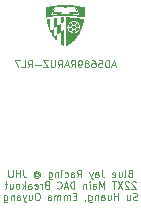
<source format=gbo>
G04 #@! TF.GenerationSoftware,KiCad,Pcbnew,9.0.4*
G04 #@! TF.CreationDate,2025-12-12T15:32:37-05:00*
G04 #@! TF.ProjectId,AD5689RARUZ-RL7_breakboard,41443536-3839-4524-9152-555a2d524c37,rev?*
G04 #@! TF.SameCoordinates,Original*
G04 #@! TF.FileFunction,Legend,Bot*
G04 #@! TF.FilePolarity,Positive*
%FSLAX46Y46*%
G04 Gerber Fmt 4.6, Leading zero omitted, Abs format (unit mm)*
G04 Created by KiCad (PCBNEW 9.0.4) date 2025-12-12 15:32:37*
%MOMM*%
%LPD*%
G01*
G04 APERTURE LIST*
%ADD10C,0.125000*%
%ADD11C,0.000000*%
G04 APERTURE END LIST*
D10*
X150223456Y-78740819D02*
X150137742Y-78769391D01*
X150137742Y-78769391D02*
X150109171Y-78797962D01*
X150109171Y-78797962D02*
X150080599Y-78855105D01*
X150080599Y-78855105D02*
X150080599Y-78940819D01*
X150080599Y-78940819D02*
X150109171Y-78997962D01*
X150109171Y-78997962D02*
X150137742Y-79026534D01*
X150137742Y-79026534D02*
X150194885Y-79055105D01*
X150194885Y-79055105D02*
X150423456Y-79055105D01*
X150423456Y-79055105D02*
X150423456Y-78455105D01*
X150423456Y-78455105D02*
X150223456Y-78455105D01*
X150223456Y-78455105D02*
X150166314Y-78483676D01*
X150166314Y-78483676D02*
X150137742Y-78512248D01*
X150137742Y-78512248D02*
X150109171Y-78569391D01*
X150109171Y-78569391D02*
X150109171Y-78626534D01*
X150109171Y-78626534D02*
X150137742Y-78683676D01*
X150137742Y-78683676D02*
X150166314Y-78712248D01*
X150166314Y-78712248D02*
X150223456Y-78740819D01*
X150223456Y-78740819D02*
X150423456Y-78740819D01*
X149737742Y-79055105D02*
X149794885Y-79026534D01*
X149794885Y-79026534D02*
X149823456Y-78969391D01*
X149823456Y-78969391D02*
X149823456Y-78455105D01*
X149252028Y-78655105D02*
X149252028Y-79055105D01*
X149509170Y-78655105D02*
X149509170Y-78969391D01*
X149509170Y-78969391D02*
X149480599Y-79026534D01*
X149480599Y-79026534D02*
X149423456Y-79055105D01*
X149423456Y-79055105D02*
X149337742Y-79055105D01*
X149337742Y-79055105D02*
X149280599Y-79026534D01*
X149280599Y-79026534D02*
X149252028Y-78997962D01*
X148737742Y-79026534D02*
X148794885Y-79055105D01*
X148794885Y-79055105D02*
X148909171Y-79055105D01*
X148909171Y-79055105D02*
X148966313Y-79026534D01*
X148966313Y-79026534D02*
X148994885Y-78969391D01*
X148994885Y-78969391D02*
X148994885Y-78740819D01*
X148994885Y-78740819D02*
X148966313Y-78683676D01*
X148966313Y-78683676D02*
X148909171Y-78655105D01*
X148909171Y-78655105D02*
X148794885Y-78655105D01*
X148794885Y-78655105D02*
X148737742Y-78683676D01*
X148737742Y-78683676D02*
X148709171Y-78740819D01*
X148709171Y-78740819D02*
X148709171Y-78797962D01*
X148709171Y-78797962D02*
X148994885Y-78855105D01*
X147823456Y-78455105D02*
X147823456Y-78883676D01*
X147823456Y-78883676D02*
X147852027Y-78969391D01*
X147852027Y-78969391D02*
X147909170Y-79026534D01*
X147909170Y-79026534D02*
X147994884Y-79055105D01*
X147994884Y-79055105D02*
X148052027Y-79055105D01*
X147280599Y-79055105D02*
X147280599Y-78740819D01*
X147280599Y-78740819D02*
X147309170Y-78683676D01*
X147309170Y-78683676D02*
X147366313Y-78655105D01*
X147366313Y-78655105D02*
X147480599Y-78655105D01*
X147480599Y-78655105D02*
X147537741Y-78683676D01*
X147280599Y-79026534D02*
X147337741Y-79055105D01*
X147337741Y-79055105D02*
X147480599Y-79055105D01*
X147480599Y-79055105D02*
X147537741Y-79026534D01*
X147537741Y-79026534D02*
X147566313Y-78969391D01*
X147566313Y-78969391D02*
X147566313Y-78912248D01*
X147566313Y-78912248D02*
X147537741Y-78855105D01*
X147537741Y-78855105D02*
X147480599Y-78826534D01*
X147480599Y-78826534D02*
X147337741Y-78826534D01*
X147337741Y-78826534D02*
X147280599Y-78797962D01*
X147052027Y-78655105D02*
X146909170Y-79055105D01*
X146766313Y-78655105D02*
X146909170Y-79055105D01*
X146909170Y-79055105D02*
X146966313Y-79197962D01*
X146966313Y-79197962D02*
X146994884Y-79226534D01*
X146994884Y-79226534D02*
X147052027Y-79255105D01*
X145737741Y-79055105D02*
X145937741Y-78769391D01*
X146080598Y-79055105D02*
X146080598Y-78455105D01*
X146080598Y-78455105D02*
X145852027Y-78455105D01*
X145852027Y-78455105D02*
X145794884Y-78483676D01*
X145794884Y-78483676D02*
X145766313Y-78512248D01*
X145766313Y-78512248D02*
X145737741Y-78569391D01*
X145737741Y-78569391D02*
X145737741Y-78655105D01*
X145737741Y-78655105D02*
X145766313Y-78712248D01*
X145766313Y-78712248D02*
X145794884Y-78740819D01*
X145794884Y-78740819D02*
X145852027Y-78769391D01*
X145852027Y-78769391D02*
X146080598Y-78769391D01*
X145223456Y-79055105D02*
X145223456Y-78740819D01*
X145223456Y-78740819D02*
X145252027Y-78683676D01*
X145252027Y-78683676D02*
X145309170Y-78655105D01*
X145309170Y-78655105D02*
X145423456Y-78655105D01*
X145423456Y-78655105D02*
X145480598Y-78683676D01*
X145223456Y-79026534D02*
X145280598Y-79055105D01*
X145280598Y-79055105D02*
X145423456Y-79055105D01*
X145423456Y-79055105D02*
X145480598Y-79026534D01*
X145480598Y-79026534D02*
X145509170Y-78969391D01*
X145509170Y-78969391D02*
X145509170Y-78912248D01*
X145509170Y-78912248D02*
X145480598Y-78855105D01*
X145480598Y-78855105D02*
X145423456Y-78826534D01*
X145423456Y-78826534D02*
X145280598Y-78826534D01*
X145280598Y-78826534D02*
X145223456Y-78797962D01*
X144680599Y-79026534D02*
X144737741Y-79055105D01*
X144737741Y-79055105D02*
X144852027Y-79055105D01*
X144852027Y-79055105D02*
X144909170Y-79026534D01*
X144909170Y-79026534D02*
X144937741Y-78997962D01*
X144937741Y-78997962D02*
X144966313Y-78940819D01*
X144966313Y-78940819D02*
X144966313Y-78769391D01*
X144966313Y-78769391D02*
X144937741Y-78712248D01*
X144937741Y-78712248D02*
X144909170Y-78683676D01*
X144909170Y-78683676D02*
X144852027Y-78655105D01*
X144852027Y-78655105D02*
X144737741Y-78655105D01*
X144737741Y-78655105D02*
X144680599Y-78683676D01*
X144423455Y-79055105D02*
X144423455Y-78655105D01*
X144423455Y-78455105D02*
X144452027Y-78483676D01*
X144452027Y-78483676D02*
X144423455Y-78512248D01*
X144423455Y-78512248D02*
X144394884Y-78483676D01*
X144394884Y-78483676D02*
X144423455Y-78455105D01*
X144423455Y-78455105D02*
X144423455Y-78512248D01*
X144137741Y-78655105D02*
X144137741Y-79055105D01*
X144137741Y-78712248D02*
X144109170Y-78683676D01*
X144109170Y-78683676D02*
X144052027Y-78655105D01*
X144052027Y-78655105D02*
X143966313Y-78655105D01*
X143966313Y-78655105D02*
X143909170Y-78683676D01*
X143909170Y-78683676D02*
X143880599Y-78740819D01*
X143880599Y-78740819D02*
X143880599Y-79055105D01*
X143337742Y-78655105D02*
X143337742Y-79140819D01*
X143337742Y-79140819D02*
X143366313Y-79197962D01*
X143366313Y-79197962D02*
X143394884Y-79226534D01*
X143394884Y-79226534D02*
X143452027Y-79255105D01*
X143452027Y-79255105D02*
X143537742Y-79255105D01*
X143537742Y-79255105D02*
X143594884Y-79226534D01*
X143337742Y-79026534D02*
X143394884Y-79055105D01*
X143394884Y-79055105D02*
X143509170Y-79055105D01*
X143509170Y-79055105D02*
X143566313Y-79026534D01*
X143566313Y-79026534D02*
X143594884Y-78997962D01*
X143594884Y-78997962D02*
X143623456Y-78940819D01*
X143623456Y-78940819D02*
X143623456Y-78769391D01*
X143623456Y-78769391D02*
X143594884Y-78712248D01*
X143594884Y-78712248D02*
X143566313Y-78683676D01*
X143566313Y-78683676D02*
X143509170Y-78655105D01*
X143509170Y-78655105D02*
X143394884Y-78655105D01*
X143394884Y-78655105D02*
X143337742Y-78683676D01*
X142223456Y-78769391D02*
X142252027Y-78740819D01*
X142252027Y-78740819D02*
X142309170Y-78712248D01*
X142309170Y-78712248D02*
X142366313Y-78712248D01*
X142366313Y-78712248D02*
X142423456Y-78740819D01*
X142423456Y-78740819D02*
X142452027Y-78769391D01*
X142452027Y-78769391D02*
X142480599Y-78826534D01*
X142480599Y-78826534D02*
X142480599Y-78883676D01*
X142480599Y-78883676D02*
X142452027Y-78940819D01*
X142452027Y-78940819D02*
X142423456Y-78969391D01*
X142423456Y-78969391D02*
X142366313Y-78997962D01*
X142366313Y-78997962D02*
X142309170Y-78997962D01*
X142309170Y-78997962D02*
X142252027Y-78969391D01*
X142252027Y-78969391D02*
X142223456Y-78940819D01*
X142223456Y-78712248D02*
X142223456Y-78940819D01*
X142223456Y-78940819D02*
X142194884Y-78969391D01*
X142194884Y-78969391D02*
X142166313Y-78969391D01*
X142166313Y-78969391D02*
X142109170Y-78940819D01*
X142109170Y-78940819D02*
X142080599Y-78883676D01*
X142080599Y-78883676D02*
X142080599Y-78740819D01*
X142080599Y-78740819D02*
X142137742Y-78655105D01*
X142137742Y-78655105D02*
X142223456Y-78597962D01*
X142223456Y-78597962D02*
X142337742Y-78569391D01*
X142337742Y-78569391D02*
X142452027Y-78597962D01*
X142452027Y-78597962D02*
X142537742Y-78655105D01*
X142537742Y-78655105D02*
X142594884Y-78740819D01*
X142594884Y-78740819D02*
X142623456Y-78855105D01*
X142623456Y-78855105D02*
X142594884Y-78969391D01*
X142594884Y-78969391D02*
X142537742Y-79055105D01*
X142537742Y-79055105D02*
X142452027Y-79112248D01*
X142452027Y-79112248D02*
X142337742Y-79140819D01*
X142337742Y-79140819D02*
X142223456Y-79112248D01*
X142223456Y-79112248D02*
X142137742Y-79055105D01*
X141194884Y-78455105D02*
X141194884Y-78883676D01*
X141194884Y-78883676D02*
X141223455Y-78969391D01*
X141223455Y-78969391D02*
X141280598Y-79026534D01*
X141280598Y-79026534D02*
X141366312Y-79055105D01*
X141366312Y-79055105D02*
X141423455Y-79055105D01*
X140909169Y-79055105D02*
X140909169Y-78455105D01*
X140909169Y-78740819D02*
X140566312Y-78740819D01*
X140566312Y-79055105D02*
X140566312Y-78455105D01*
X140280598Y-78455105D02*
X140280598Y-78940819D01*
X140280598Y-78940819D02*
X140252027Y-78997962D01*
X140252027Y-78997962D02*
X140223456Y-79026534D01*
X140223456Y-79026534D02*
X140166313Y-79055105D01*
X140166313Y-79055105D02*
X140052027Y-79055105D01*
X140052027Y-79055105D02*
X139994884Y-79026534D01*
X139994884Y-79026534D02*
X139966313Y-78997962D01*
X139966313Y-78997962D02*
X139937741Y-78940819D01*
X139937741Y-78940819D02*
X139937741Y-78455105D01*
X150694886Y-79478214D02*
X150666314Y-79449642D01*
X150666314Y-79449642D02*
X150609172Y-79421071D01*
X150609172Y-79421071D02*
X150466314Y-79421071D01*
X150466314Y-79421071D02*
X150409172Y-79449642D01*
X150409172Y-79449642D02*
X150380600Y-79478214D01*
X150380600Y-79478214D02*
X150352029Y-79535357D01*
X150352029Y-79535357D02*
X150352029Y-79592500D01*
X150352029Y-79592500D02*
X150380600Y-79678214D01*
X150380600Y-79678214D02*
X150723457Y-80021071D01*
X150723457Y-80021071D02*
X150352029Y-80021071D01*
X150123457Y-79478214D02*
X150094885Y-79449642D01*
X150094885Y-79449642D02*
X150037743Y-79421071D01*
X150037743Y-79421071D02*
X149894885Y-79421071D01*
X149894885Y-79421071D02*
X149837743Y-79449642D01*
X149837743Y-79449642D02*
X149809171Y-79478214D01*
X149809171Y-79478214D02*
X149780600Y-79535357D01*
X149780600Y-79535357D02*
X149780600Y-79592500D01*
X149780600Y-79592500D02*
X149809171Y-79678214D01*
X149809171Y-79678214D02*
X150152028Y-80021071D01*
X150152028Y-80021071D02*
X149780600Y-80021071D01*
X149580599Y-79421071D02*
X149180599Y-80021071D01*
X149180599Y-79421071D02*
X149580599Y-80021071D01*
X149037742Y-79421071D02*
X148694885Y-79421071D01*
X148866313Y-80021071D02*
X148866313Y-79421071D01*
X148037741Y-80021071D02*
X148037741Y-79421071D01*
X148037741Y-79421071D02*
X147837741Y-79849642D01*
X147837741Y-79849642D02*
X147637741Y-79421071D01*
X147637741Y-79421071D02*
X147637741Y-80021071D01*
X147094885Y-80021071D02*
X147094885Y-79706785D01*
X147094885Y-79706785D02*
X147123456Y-79649642D01*
X147123456Y-79649642D02*
X147180599Y-79621071D01*
X147180599Y-79621071D02*
X147294885Y-79621071D01*
X147294885Y-79621071D02*
X147352027Y-79649642D01*
X147094885Y-79992500D02*
X147152027Y-80021071D01*
X147152027Y-80021071D02*
X147294885Y-80021071D01*
X147294885Y-80021071D02*
X147352027Y-79992500D01*
X147352027Y-79992500D02*
X147380599Y-79935357D01*
X147380599Y-79935357D02*
X147380599Y-79878214D01*
X147380599Y-79878214D02*
X147352027Y-79821071D01*
X147352027Y-79821071D02*
X147294885Y-79792500D01*
X147294885Y-79792500D02*
X147152027Y-79792500D01*
X147152027Y-79792500D02*
X147094885Y-79763928D01*
X146809170Y-80021071D02*
X146809170Y-79621071D01*
X146809170Y-79421071D02*
X146837742Y-79449642D01*
X146837742Y-79449642D02*
X146809170Y-79478214D01*
X146809170Y-79478214D02*
X146780599Y-79449642D01*
X146780599Y-79449642D02*
X146809170Y-79421071D01*
X146809170Y-79421071D02*
X146809170Y-79478214D01*
X146523456Y-79621071D02*
X146523456Y-80021071D01*
X146523456Y-79678214D02*
X146494885Y-79649642D01*
X146494885Y-79649642D02*
X146437742Y-79621071D01*
X146437742Y-79621071D02*
X146352028Y-79621071D01*
X146352028Y-79621071D02*
X146294885Y-79649642D01*
X146294885Y-79649642D02*
X146266314Y-79706785D01*
X146266314Y-79706785D02*
X146266314Y-80021071D01*
X145523456Y-80021071D02*
X145523456Y-79421071D01*
X145523456Y-79421071D02*
X145380599Y-79421071D01*
X145380599Y-79421071D02*
X145294885Y-79449642D01*
X145294885Y-79449642D02*
X145237742Y-79506785D01*
X145237742Y-79506785D02*
X145209171Y-79563928D01*
X145209171Y-79563928D02*
X145180599Y-79678214D01*
X145180599Y-79678214D02*
X145180599Y-79763928D01*
X145180599Y-79763928D02*
X145209171Y-79878214D01*
X145209171Y-79878214D02*
X145237742Y-79935357D01*
X145237742Y-79935357D02*
X145294885Y-79992500D01*
X145294885Y-79992500D02*
X145380599Y-80021071D01*
X145380599Y-80021071D02*
X145523456Y-80021071D01*
X144952028Y-79849642D02*
X144666314Y-79849642D01*
X145009171Y-80021071D02*
X144809171Y-79421071D01*
X144809171Y-79421071D02*
X144609171Y-80021071D01*
X144066313Y-79963928D02*
X144094885Y-79992500D01*
X144094885Y-79992500D02*
X144180599Y-80021071D01*
X144180599Y-80021071D02*
X144237742Y-80021071D01*
X144237742Y-80021071D02*
X144323456Y-79992500D01*
X144323456Y-79992500D02*
X144380599Y-79935357D01*
X144380599Y-79935357D02*
X144409170Y-79878214D01*
X144409170Y-79878214D02*
X144437742Y-79763928D01*
X144437742Y-79763928D02*
X144437742Y-79678214D01*
X144437742Y-79678214D02*
X144409170Y-79563928D01*
X144409170Y-79563928D02*
X144380599Y-79506785D01*
X144380599Y-79506785D02*
X144323456Y-79449642D01*
X144323456Y-79449642D02*
X144237742Y-79421071D01*
X144237742Y-79421071D02*
X144180599Y-79421071D01*
X144180599Y-79421071D02*
X144094885Y-79449642D01*
X144094885Y-79449642D02*
X144066313Y-79478214D01*
X143152027Y-79706785D02*
X143066313Y-79735357D01*
X143066313Y-79735357D02*
X143037742Y-79763928D01*
X143037742Y-79763928D02*
X143009170Y-79821071D01*
X143009170Y-79821071D02*
X143009170Y-79906785D01*
X143009170Y-79906785D02*
X143037742Y-79963928D01*
X143037742Y-79963928D02*
X143066313Y-79992500D01*
X143066313Y-79992500D02*
X143123456Y-80021071D01*
X143123456Y-80021071D02*
X143352027Y-80021071D01*
X143352027Y-80021071D02*
X143352027Y-79421071D01*
X143352027Y-79421071D02*
X143152027Y-79421071D01*
X143152027Y-79421071D02*
X143094885Y-79449642D01*
X143094885Y-79449642D02*
X143066313Y-79478214D01*
X143066313Y-79478214D02*
X143037742Y-79535357D01*
X143037742Y-79535357D02*
X143037742Y-79592500D01*
X143037742Y-79592500D02*
X143066313Y-79649642D01*
X143066313Y-79649642D02*
X143094885Y-79678214D01*
X143094885Y-79678214D02*
X143152027Y-79706785D01*
X143152027Y-79706785D02*
X143352027Y-79706785D01*
X142752027Y-80021071D02*
X142752027Y-79621071D01*
X142752027Y-79735357D02*
X142723456Y-79678214D01*
X142723456Y-79678214D02*
X142694885Y-79649642D01*
X142694885Y-79649642D02*
X142637742Y-79621071D01*
X142637742Y-79621071D02*
X142580599Y-79621071D01*
X142152027Y-79992500D02*
X142209170Y-80021071D01*
X142209170Y-80021071D02*
X142323456Y-80021071D01*
X142323456Y-80021071D02*
X142380598Y-79992500D01*
X142380598Y-79992500D02*
X142409170Y-79935357D01*
X142409170Y-79935357D02*
X142409170Y-79706785D01*
X142409170Y-79706785D02*
X142380598Y-79649642D01*
X142380598Y-79649642D02*
X142323456Y-79621071D01*
X142323456Y-79621071D02*
X142209170Y-79621071D01*
X142209170Y-79621071D02*
X142152027Y-79649642D01*
X142152027Y-79649642D02*
X142123456Y-79706785D01*
X142123456Y-79706785D02*
X142123456Y-79763928D01*
X142123456Y-79763928D02*
X142409170Y-79821071D01*
X141609170Y-80021071D02*
X141609170Y-79706785D01*
X141609170Y-79706785D02*
X141637741Y-79649642D01*
X141637741Y-79649642D02*
X141694884Y-79621071D01*
X141694884Y-79621071D02*
X141809170Y-79621071D01*
X141809170Y-79621071D02*
X141866312Y-79649642D01*
X141609170Y-79992500D02*
X141666312Y-80021071D01*
X141666312Y-80021071D02*
X141809170Y-80021071D01*
X141809170Y-80021071D02*
X141866312Y-79992500D01*
X141866312Y-79992500D02*
X141894884Y-79935357D01*
X141894884Y-79935357D02*
X141894884Y-79878214D01*
X141894884Y-79878214D02*
X141866312Y-79821071D01*
X141866312Y-79821071D02*
X141809170Y-79792500D01*
X141809170Y-79792500D02*
X141666312Y-79792500D01*
X141666312Y-79792500D02*
X141609170Y-79763928D01*
X141323455Y-80021071D02*
X141323455Y-79421071D01*
X141266313Y-79792500D02*
X141094884Y-80021071D01*
X141094884Y-79621071D02*
X141323455Y-79849642D01*
X140752027Y-80021071D02*
X140809170Y-79992500D01*
X140809170Y-79992500D02*
X140837741Y-79963928D01*
X140837741Y-79963928D02*
X140866313Y-79906785D01*
X140866313Y-79906785D02*
X140866313Y-79735357D01*
X140866313Y-79735357D02*
X140837741Y-79678214D01*
X140837741Y-79678214D02*
X140809170Y-79649642D01*
X140809170Y-79649642D02*
X140752027Y-79621071D01*
X140752027Y-79621071D02*
X140666313Y-79621071D01*
X140666313Y-79621071D02*
X140609170Y-79649642D01*
X140609170Y-79649642D02*
X140580599Y-79678214D01*
X140580599Y-79678214D02*
X140552027Y-79735357D01*
X140552027Y-79735357D02*
X140552027Y-79906785D01*
X140552027Y-79906785D02*
X140580599Y-79963928D01*
X140580599Y-79963928D02*
X140609170Y-79992500D01*
X140609170Y-79992500D02*
X140666313Y-80021071D01*
X140666313Y-80021071D02*
X140752027Y-80021071D01*
X140037742Y-79621071D02*
X140037742Y-80021071D01*
X140294884Y-79621071D02*
X140294884Y-79935357D01*
X140294884Y-79935357D02*
X140266313Y-79992500D01*
X140266313Y-79992500D02*
X140209170Y-80021071D01*
X140209170Y-80021071D02*
X140123456Y-80021071D01*
X140123456Y-80021071D02*
X140066313Y-79992500D01*
X140066313Y-79992500D02*
X140037742Y-79963928D01*
X139837742Y-79621071D02*
X139609170Y-79621071D01*
X139752027Y-79421071D02*
X139752027Y-79935357D01*
X139752027Y-79935357D02*
X139723456Y-79992500D01*
X139723456Y-79992500D02*
X139666313Y-80021071D01*
X139666313Y-80021071D02*
X139609170Y-80021071D01*
X150823456Y-80958466D02*
X150737742Y-80987037D01*
X150737742Y-80987037D02*
X150594884Y-80987037D01*
X150594884Y-80987037D02*
X150537742Y-80958466D01*
X150537742Y-80958466D02*
X150509170Y-80929894D01*
X150509170Y-80929894D02*
X150480599Y-80872751D01*
X150480599Y-80872751D02*
X150480599Y-80815608D01*
X150480599Y-80815608D02*
X150509170Y-80758466D01*
X150509170Y-80758466D02*
X150537742Y-80729894D01*
X150537742Y-80729894D02*
X150594884Y-80701323D01*
X150594884Y-80701323D02*
X150709170Y-80672751D01*
X150709170Y-80672751D02*
X150766313Y-80644180D01*
X150766313Y-80644180D02*
X150794884Y-80615608D01*
X150794884Y-80615608D02*
X150823456Y-80558466D01*
X150823456Y-80558466D02*
X150823456Y-80501323D01*
X150823456Y-80501323D02*
X150794884Y-80444180D01*
X150794884Y-80444180D02*
X150766313Y-80415608D01*
X150766313Y-80415608D02*
X150709170Y-80387037D01*
X150709170Y-80387037D02*
X150566313Y-80387037D01*
X150566313Y-80387037D02*
X150480599Y-80415608D01*
X149966313Y-80587037D02*
X149966313Y-80987037D01*
X150223455Y-80587037D02*
X150223455Y-80901323D01*
X150223455Y-80901323D02*
X150194884Y-80958466D01*
X150194884Y-80958466D02*
X150137741Y-80987037D01*
X150137741Y-80987037D02*
X150052027Y-80987037D01*
X150052027Y-80987037D02*
X149994884Y-80958466D01*
X149994884Y-80958466D02*
X149966313Y-80929894D01*
X149223455Y-80987037D02*
X149223455Y-80387037D01*
X149223455Y-80672751D02*
X148880598Y-80672751D01*
X148880598Y-80987037D02*
X148880598Y-80387037D01*
X148337742Y-80587037D02*
X148337742Y-80987037D01*
X148594884Y-80587037D02*
X148594884Y-80901323D01*
X148594884Y-80901323D02*
X148566313Y-80958466D01*
X148566313Y-80958466D02*
X148509170Y-80987037D01*
X148509170Y-80987037D02*
X148423456Y-80987037D01*
X148423456Y-80987037D02*
X148366313Y-80958466D01*
X148366313Y-80958466D02*
X148337742Y-80929894D01*
X147794885Y-80987037D02*
X147794885Y-80672751D01*
X147794885Y-80672751D02*
X147823456Y-80615608D01*
X147823456Y-80615608D02*
X147880599Y-80587037D01*
X147880599Y-80587037D02*
X147994885Y-80587037D01*
X147994885Y-80587037D02*
X148052027Y-80615608D01*
X147794885Y-80958466D02*
X147852027Y-80987037D01*
X147852027Y-80987037D02*
X147994885Y-80987037D01*
X147994885Y-80987037D02*
X148052027Y-80958466D01*
X148052027Y-80958466D02*
X148080599Y-80901323D01*
X148080599Y-80901323D02*
X148080599Y-80844180D01*
X148080599Y-80844180D02*
X148052027Y-80787037D01*
X148052027Y-80787037D02*
X147994885Y-80758466D01*
X147994885Y-80758466D02*
X147852027Y-80758466D01*
X147852027Y-80758466D02*
X147794885Y-80729894D01*
X147509170Y-80587037D02*
X147509170Y-80987037D01*
X147509170Y-80644180D02*
X147480599Y-80615608D01*
X147480599Y-80615608D02*
X147423456Y-80587037D01*
X147423456Y-80587037D02*
X147337742Y-80587037D01*
X147337742Y-80587037D02*
X147280599Y-80615608D01*
X147280599Y-80615608D02*
X147252028Y-80672751D01*
X147252028Y-80672751D02*
X147252028Y-80987037D01*
X146709171Y-80587037D02*
X146709171Y-81072751D01*
X146709171Y-81072751D02*
X146737742Y-81129894D01*
X146737742Y-81129894D02*
X146766313Y-81158466D01*
X146766313Y-81158466D02*
X146823456Y-81187037D01*
X146823456Y-81187037D02*
X146909171Y-81187037D01*
X146909171Y-81187037D02*
X146966313Y-81158466D01*
X146709171Y-80958466D02*
X146766313Y-80987037D01*
X146766313Y-80987037D02*
X146880599Y-80987037D01*
X146880599Y-80987037D02*
X146937742Y-80958466D01*
X146937742Y-80958466D02*
X146966313Y-80929894D01*
X146966313Y-80929894D02*
X146994885Y-80872751D01*
X146994885Y-80872751D02*
X146994885Y-80701323D01*
X146994885Y-80701323D02*
X146966313Y-80644180D01*
X146966313Y-80644180D02*
X146937742Y-80615608D01*
X146937742Y-80615608D02*
X146880599Y-80587037D01*
X146880599Y-80587037D02*
X146766313Y-80587037D01*
X146766313Y-80587037D02*
X146709171Y-80615608D01*
X146394885Y-80958466D02*
X146394885Y-80987037D01*
X146394885Y-80987037D02*
X146423456Y-81044180D01*
X146423456Y-81044180D02*
X146452028Y-81072751D01*
X145680599Y-80672751D02*
X145480599Y-80672751D01*
X145394885Y-80987037D02*
X145680599Y-80987037D01*
X145680599Y-80987037D02*
X145680599Y-80387037D01*
X145680599Y-80387037D02*
X145394885Y-80387037D01*
X145137742Y-80987037D02*
X145137742Y-80587037D01*
X145137742Y-80644180D02*
X145109171Y-80615608D01*
X145109171Y-80615608D02*
X145052028Y-80587037D01*
X145052028Y-80587037D02*
X144966314Y-80587037D01*
X144966314Y-80587037D02*
X144909171Y-80615608D01*
X144909171Y-80615608D02*
X144880600Y-80672751D01*
X144880600Y-80672751D02*
X144880600Y-80987037D01*
X144880600Y-80672751D02*
X144852028Y-80615608D01*
X144852028Y-80615608D02*
X144794885Y-80587037D01*
X144794885Y-80587037D02*
X144709171Y-80587037D01*
X144709171Y-80587037D02*
X144652028Y-80615608D01*
X144652028Y-80615608D02*
X144623457Y-80672751D01*
X144623457Y-80672751D02*
X144623457Y-80987037D01*
X144337742Y-80987037D02*
X144337742Y-80587037D01*
X144337742Y-80644180D02*
X144309171Y-80615608D01*
X144309171Y-80615608D02*
X144252028Y-80587037D01*
X144252028Y-80587037D02*
X144166314Y-80587037D01*
X144166314Y-80587037D02*
X144109171Y-80615608D01*
X144109171Y-80615608D02*
X144080600Y-80672751D01*
X144080600Y-80672751D02*
X144080600Y-80987037D01*
X144080600Y-80672751D02*
X144052028Y-80615608D01*
X144052028Y-80615608D02*
X143994885Y-80587037D01*
X143994885Y-80587037D02*
X143909171Y-80587037D01*
X143909171Y-80587037D02*
X143852028Y-80615608D01*
X143852028Y-80615608D02*
X143823457Y-80672751D01*
X143823457Y-80672751D02*
X143823457Y-80987037D01*
X143280600Y-80987037D02*
X143280600Y-80672751D01*
X143280600Y-80672751D02*
X143309171Y-80615608D01*
X143309171Y-80615608D02*
X143366314Y-80587037D01*
X143366314Y-80587037D02*
X143480600Y-80587037D01*
X143480600Y-80587037D02*
X143537742Y-80615608D01*
X143280600Y-80958466D02*
X143337742Y-80987037D01*
X143337742Y-80987037D02*
X143480600Y-80987037D01*
X143480600Y-80987037D02*
X143537742Y-80958466D01*
X143537742Y-80958466D02*
X143566314Y-80901323D01*
X143566314Y-80901323D02*
X143566314Y-80844180D01*
X143566314Y-80844180D02*
X143537742Y-80787037D01*
X143537742Y-80787037D02*
X143480600Y-80758466D01*
X143480600Y-80758466D02*
X143337742Y-80758466D01*
X143337742Y-80758466D02*
X143280600Y-80729894D01*
X142423457Y-80387037D02*
X142309171Y-80387037D01*
X142309171Y-80387037D02*
X142252028Y-80415608D01*
X142252028Y-80415608D02*
X142194885Y-80472751D01*
X142194885Y-80472751D02*
X142166314Y-80587037D01*
X142166314Y-80587037D02*
X142166314Y-80787037D01*
X142166314Y-80787037D02*
X142194885Y-80901323D01*
X142194885Y-80901323D02*
X142252028Y-80958466D01*
X142252028Y-80958466D02*
X142309171Y-80987037D01*
X142309171Y-80987037D02*
X142423457Y-80987037D01*
X142423457Y-80987037D02*
X142480600Y-80958466D01*
X142480600Y-80958466D02*
X142537742Y-80901323D01*
X142537742Y-80901323D02*
X142566314Y-80787037D01*
X142566314Y-80787037D02*
X142566314Y-80587037D01*
X142566314Y-80587037D02*
X142537742Y-80472751D01*
X142537742Y-80472751D02*
X142480600Y-80415608D01*
X142480600Y-80415608D02*
X142423457Y-80387037D01*
X141652029Y-80587037D02*
X141652029Y-80987037D01*
X141909171Y-80587037D02*
X141909171Y-80901323D01*
X141909171Y-80901323D02*
X141880600Y-80958466D01*
X141880600Y-80958466D02*
X141823457Y-80987037D01*
X141823457Y-80987037D02*
X141737743Y-80987037D01*
X141737743Y-80987037D02*
X141680600Y-80958466D01*
X141680600Y-80958466D02*
X141652029Y-80929894D01*
X141423457Y-80587037D02*
X141280600Y-80987037D01*
X141137743Y-80587037D02*
X141280600Y-80987037D01*
X141280600Y-80987037D02*
X141337743Y-81129894D01*
X141337743Y-81129894D02*
X141366314Y-81158466D01*
X141366314Y-81158466D02*
X141423457Y-81187037D01*
X140652029Y-80987037D02*
X140652029Y-80672751D01*
X140652029Y-80672751D02*
X140680600Y-80615608D01*
X140680600Y-80615608D02*
X140737743Y-80587037D01*
X140737743Y-80587037D02*
X140852029Y-80587037D01*
X140852029Y-80587037D02*
X140909171Y-80615608D01*
X140652029Y-80958466D02*
X140709171Y-80987037D01*
X140709171Y-80987037D02*
X140852029Y-80987037D01*
X140852029Y-80987037D02*
X140909171Y-80958466D01*
X140909171Y-80958466D02*
X140937743Y-80901323D01*
X140937743Y-80901323D02*
X140937743Y-80844180D01*
X140937743Y-80844180D02*
X140909171Y-80787037D01*
X140909171Y-80787037D02*
X140852029Y-80758466D01*
X140852029Y-80758466D02*
X140709171Y-80758466D01*
X140709171Y-80758466D02*
X140652029Y-80729894D01*
X140366314Y-80587037D02*
X140366314Y-80987037D01*
X140366314Y-80644180D02*
X140337743Y-80615608D01*
X140337743Y-80615608D02*
X140280600Y-80587037D01*
X140280600Y-80587037D02*
X140194886Y-80587037D01*
X140194886Y-80587037D02*
X140137743Y-80615608D01*
X140137743Y-80615608D02*
X140109172Y-80672751D01*
X140109172Y-80672751D02*
X140109172Y-80987037D01*
X139566315Y-80587037D02*
X139566315Y-81072751D01*
X139566315Y-81072751D02*
X139594886Y-81129894D01*
X139594886Y-81129894D02*
X139623457Y-81158466D01*
X139623457Y-81158466D02*
X139680600Y-81187037D01*
X139680600Y-81187037D02*
X139766315Y-81187037D01*
X139766315Y-81187037D02*
X139823457Y-81158466D01*
X139566315Y-80958466D02*
X139623457Y-80987037D01*
X139623457Y-80987037D02*
X139737743Y-80987037D01*
X139737743Y-80987037D02*
X139794886Y-80958466D01*
X139794886Y-80958466D02*
X139823457Y-80929894D01*
X139823457Y-80929894D02*
X139852029Y-80872751D01*
X139852029Y-80872751D02*
X139852029Y-80701323D01*
X139852029Y-80701323D02*
X139823457Y-80644180D01*
X139823457Y-80644180D02*
X139794886Y-80615608D01*
X139794886Y-80615608D02*
X139737743Y-80587037D01*
X139737743Y-80587037D02*
X139623457Y-80587037D01*
X139623457Y-80587037D02*
X139566315Y-80615608D01*
X148992858Y-69599642D02*
X148707144Y-69599642D01*
X149050001Y-69771071D02*
X148850001Y-69171071D01*
X148850001Y-69171071D02*
X148650001Y-69771071D01*
X148450000Y-69771071D02*
X148450000Y-69171071D01*
X148450000Y-69171071D02*
X148307143Y-69171071D01*
X148307143Y-69171071D02*
X148221429Y-69199642D01*
X148221429Y-69199642D02*
X148164286Y-69256785D01*
X148164286Y-69256785D02*
X148135715Y-69313928D01*
X148135715Y-69313928D02*
X148107143Y-69428214D01*
X148107143Y-69428214D02*
X148107143Y-69513928D01*
X148107143Y-69513928D02*
X148135715Y-69628214D01*
X148135715Y-69628214D02*
X148164286Y-69685357D01*
X148164286Y-69685357D02*
X148221429Y-69742500D01*
X148221429Y-69742500D02*
X148307143Y-69771071D01*
X148307143Y-69771071D02*
X148450000Y-69771071D01*
X147564286Y-69171071D02*
X147850000Y-69171071D01*
X147850000Y-69171071D02*
X147878572Y-69456785D01*
X147878572Y-69456785D02*
X147850000Y-69428214D01*
X147850000Y-69428214D02*
X147792858Y-69399642D01*
X147792858Y-69399642D02*
X147650000Y-69399642D01*
X147650000Y-69399642D02*
X147592858Y-69428214D01*
X147592858Y-69428214D02*
X147564286Y-69456785D01*
X147564286Y-69456785D02*
X147535715Y-69513928D01*
X147535715Y-69513928D02*
X147535715Y-69656785D01*
X147535715Y-69656785D02*
X147564286Y-69713928D01*
X147564286Y-69713928D02*
X147592858Y-69742500D01*
X147592858Y-69742500D02*
X147650000Y-69771071D01*
X147650000Y-69771071D02*
X147792858Y-69771071D01*
X147792858Y-69771071D02*
X147850000Y-69742500D01*
X147850000Y-69742500D02*
X147878572Y-69713928D01*
X147021429Y-69171071D02*
X147135714Y-69171071D01*
X147135714Y-69171071D02*
X147192857Y-69199642D01*
X147192857Y-69199642D02*
X147221429Y-69228214D01*
X147221429Y-69228214D02*
X147278571Y-69313928D01*
X147278571Y-69313928D02*
X147307143Y-69428214D01*
X147307143Y-69428214D02*
X147307143Y-69656785D01*
X147307143Y-69656785D02*
X147278571Y-69713928D01*
X147278571Y-69713928D02*
X147250000Y-69742500D01*
X147250000Y-69742500D02*
X147192857Y-69771071D01*
X147192857Y-69771071D02*
X147078571Y-69771071D01*
X147078571Y-69771071D02*
X147021429Y-69742500D01*
X147021429Y-69742500D02*
X146992857Y-69713928D01*
X146992857Y-69713928D02*
X146964286Y-69656785D01*
X146964286Y-69656785D02*
X146964286Y-69513928D01*
X146964286Y-69513928D02*
X146992857Y-69456785D01*
X146992857Y-69456785D02*
X147021429Y-69428214D01*
X147021429Y-69428214D02*
X147078571Y-69399642D01*
X147078571Y-69399642D02*
X147192857Y-69399642D01*
X147192857Y-69399642D02*
X147250000Y-69428214D01*
X147250000Y-69428214D02*
X147278571Y-69456785D01*
X147278571Y-69456785D02*
X147307143Y-69513928D01*
X146621428Y-69428214D02*
X146678571Y-69399642D01*
X146678571Y-69399642D02*
X146707142Y-69371071D01*
X146707142Y-69371071D02*
X146735714Y-69313928D01*
X146735714Y-69313928D02*
X146735714Y-69285357D01*
X146735714Y-69285357D02*
X146707142Y-69228214D01*
X146707142Y-69228214D02*
X146678571Y-69199642D01*
X146678571Y-69199642D02*
X146621428Y-69171071D01*
X146621428Y-69171071D02*
X146507142Y-69171071D01*
X146507142Y-69171071D02*
X146450000Y-69199642D01*
X146450000Y-69199642D02*
X146421428Y-69228214D01*
X146421428Y-69228214D02*
X146392857Y-69285357D01*
X146392857Y-69285357D02*
X146392857Y-69313928D01*
X146392857Y-69313928D02*
X146421428Y-69371071D01*
X146421428Y-69371071D02*
X146450000Y-69399642D01*
X146450000Y-69399642D02*
X146507142Y-69428214D01*
X146507142Y-69428214D02*
X146621428Y-69428214D01*
X146621428Y-69428214D02*
X146678571Y-69456785D01*
X146678571Y-69456785D02*
X146707142Y-69485357D01*
X146707142Y-69485357D02*
X146735714Y-69542500D01*
X146735714Y-69542500D02*
X146735714Y-69656785D01*
X146735714Y-69656785D02*
X146707142Y-69713928D01*
X146707142Y-69713928D02*
X146678571Y-69742500D01*
X146678571Y-69742500D02*
X146621428Y-69771071D01*
X146621428Y-69771071D02*
X146507142Y-69771071D01*
X146507142Y-69771071D02*
X146450000Y-69742500D01*
X146450000Y-69742500D02*
X146421428Y-69713928D01*
X146421428Y-69713928D02*
X146392857Y-69656785D01*
X146392857Y-69656785D02*
X146392857Y-69542500D01*
X146392857Y-69542500D02*
X146421428Y-69485357D01*
X146421428Y-69485357D02*
X146450000Y-69456785D01*
X146450000Y-69456785D02*
X146507142Y-69428214D01*
X146107142Y-69771071D02*
X145992856Y-69771071D01*
X145992856Y-69771071D02*
X145935713Y-69742500D01*
X145935713Y-69742500D02*
X145907142Y-69713928D01*
X145907142Y-69713928D02*
X145849999Y-69628214D01*
X145849999Y-69628214D02*
X145821428Y-69513928D01*
X145821428Y-69513928D02*
X145821428Y-69285357D01*
X145821428Y-69285357D02*
X145849999Y-69228214D01*
X145849999Y-69228214D02*
X145878571Y-69199642D01*
X145878571Y-69199642D02*
X145935713Y-69171071D01*
X145935713Y-69171071D02*
X146049999Y-69171071D01*
X146049999Y-69171071D02*
X146107142Y-69199642D01*
X146107142Y-69199642D02*
X146135713Y-69228214D01*
X146135713Y-69228214D02*
X146164285Y-69285357D01*
X146164285Y-69285357D02*
X146164285Y-69428214D01*
X146164285Y-69428214D02*
X146135713Y-69485357D01*
X146135713Y-69485357D02*
X146107142Y-69513928D01*
X146107142Y-69513928D02*
X146049999Y-69542500D01*
X146049999Y-69542500D02*
X145935713Y-69542500D01*
X145935713Y-69542500D02*
X145878571Y-69513928D01*
X145878571Y-69513928D02*
X145849999Y-69485357D01*
X145849999Y-69485357D02*
X145821428Y-69428214D01*
X145221427Y-69771071D02*
X145421427Y-69485357D01*
X145564284Y-69771071D02*
X145564284Y-69171071D01*
X145564284Y-69171071D02*
X145335713Y-69171071D01*
X145335713Y-69171071D02*
X145278570Y-69199642D01*
X145278570Y-69199642D02*
X145249999Y-69228214D01*
X145249999Y-69228214D02*
X145221427Y-69285357D01*
X145221427Y-69285357D02*
X145221427Y-69371071D01*
X145221427Y-69371071D02*
X145249999Y-69428214D01*
X145249999Y-69428214D02*
X145278570Y-69456785D01*
X145278570Y-69456785D02*
X145335713Y-69485357D01*
X145335713Y-69485357D02*
X145564284Y-69485357D01*
X144992856Y-69599642D02*
X144707142Y-69599642D01*
X145049999Y-69771071D02*
X144849999Y-69171071D01*
X144849999Y-69171071D02*
X144649999Y-69771071D01*
X144107141Y-69771071D02*
X144307141Y-69485357D01*
X144449998Y-69771071D02*
X144449998Y-69171071D01*
X144449998Y-69171071D02*
X144221427Y-69171071D01*
X144221427Y-69171071D02*
X144164284Y-69199642D01*
X144164284Y-69199642D02*
X144135713Y-69228214D01*
X144135713Y-69228214D02*
X144107141Y-69285357D01*
X144107141Y-69285357D02*
X144107141Y-69371071D01*
X144107141Y-69371071D02*
X144135713Y-69428214D01*
X144135713Y-69428214D02*
X144164284Y-69456785D01*
X144164284Y-69456785D02*
X144221427Y-69485357D01*
X144221427Y-69485357D02*
X144449998Y-69485357D01*
X143849998Y-69171071D02*
X143849998Y-69656785D01*
X143849998Y-69656785D02*
X143821427Y-69713928D01*
X143821427Y-69713928D02*
X143792856Y-69742500D01*
X143792856Y-69742500D02*
X143735713Y-69771071D01*
X143735713Y-69771071D02*
X143621427Y-69771071D01*
X143621427Y-69771071D02*
X143564284Y-69742500D01*
X143564284Y-69742500D02*
X143535713Y-69713928D01*
X143535713Y-69713928D02*
X143507141Y-69656785D01*
X143507141Y-69656785D02*
X143507141Y-69171071D01*
X143278570Y-69171071D02*
X142878570Y-69171071D01*
X142878570Y-69171071D02*
X143278570Y-69771071D01*
X143278570Y-69771071D02*
X142878570Y-69771071D01*
X142649998Y-69542500D02*
X142192856Y-69542500D01*
X141564284Y-69771071D02*
X141764284Y-69485357D01*
X141907141Y-69771071D02*
X141907141Y-69171071D01*
X141907141Y-69171071D02*
X141678570Y-69171071D01*
X141678570Y-69171071D02*
X141621427Y-69199642D01*
X141621427Y-69199642D02*
X141592856Y-69228214D01*
X141592856Y-69228214D02*
X141564284Y-69285357D01*
X141564284Y-69285357D02*
X141564284Y-69371071D01*
X141564284Y-69371071D02*
X141592856Y-69428214D01*
X141592856Y-69428214D02*
X141621427Y-69456785D01*
X141621427Y-69456785D02*
X141678570Y-69485357D01*
X141678570Y-69485357D02*
X141907141Y-69485357D01*
X141021427Y-69771071D02*
X141307141Y-69771071D01*
X141307141Y-69771071D02*
X141307141Y-69171071D01*
X140878570Y-69171071D02*
X140478570Y-69171071D01*
X140478570Y-69171071D02*
X140735713Y-69771071D01*
D11*
G36*
X144677829Y-65694663D02*
G01*
X144677829Y-65864071D01*
X144527649Y-65963685D01*
X144511627Y-65974307D01*
X144489568Y-65988916D01*
X144468700Y-66002716D01*
X144449284Y-66015536D01*
X144431580Y-66027206D01*
X144415848Y-66037555D01*
X144402349Y-66046410D01*
X144391342Y-66053602D01*
X144383087Y-66058959D01*
X144377846Y-66062310D01*
X144375877Y-66063485D01*
X144375681Y-66061498D01*
X144375489Y-66055527D01*
X144375306Y-66045825D01*
X144375132Y-66032644D01*
X144374971Y-66016237D01*
X144374823Y-65996860D01*
X144374689Y-65974764D01*
X144374572Y-65950204D01*
X144374473Y-65923432D01*
X144374393Y-65894703D01*
X144374334Y-65864269D01*
X144374298Y-65832385D01*
X144374285Y-65799303D01*
X144374285Y-65534935D01*
X144408779Y-65533514D01*
X144420885Y-65533018D01*
X144458534Y-65531523D01*
X144492911Y-65530239D01*
X144524759Y-65529140D01*
X144554820Y-65528202D01*
X144583839Y-65527401D01*
X144612556Y-65526710D01*
X144677829Y-65525254D01*
X144677829Y-65694663D01*
G37*
G36*
X145488542Y-66214690D02*
G01*
X145506130Y-66217027D01*
X145522586Y-66221685D01*
X145539185Y-66228914D01*
X145555328Y-66238218D01*
X145575018Y-66253529D01*
X145591564Y-66271441D01*
X145604772Y-66291640D01*
X145614448Y-66313813D01*
X145620396Y-66337647D01*
X145622422Y-66362829D01*
X145622396Y-66365563D01*
X145619901Y-66389700D01*
X145613548Y-66412749D01*
X145603637Y-66434319D01*
X145590471Y-66454021D01*
X145574349Y-66471465D01*
X145555575Y-66486263D01*
X145534449Y-66498025D01*
X145511274Y-66506362D01*
X145496281Y-66509128D01*
X145478339Y-66510209D01*
X145459522Y-66509506D01*
X145441319Y-66507077D01*
X145425222Y-66502980D01*
X145405869Y-66494743D01*
X145385726Y-66482260D01*
X145367666Y-66466829D01*
X145352349Y-66449022D01*
X145340434Y-66429411D01*
X145339729Y-66427967D01*
X145332510Y-66411353D01*
X145327840Y-66395966D01*
X145325326Y-66380142D01*
X145324575Y-66362221D01*
X145325752Y-66341704D01*
X145330474Y-66318509D01*
X145338936Y-66297124D01*
X145351275Y-66277221D01*
X145367628Y-66258469D01*
X145373130Y-66253155D01*
X145389973Y-66239021D01*
X145406805Y-66228470D01*
X145424470Y-66221124D01*
X145443815Y-66216603D01*
X145465686Y-66214529D01*
X145468547Y-66214423D01*
X145488542Y-66214690D01*
G37*
G36*
X145156231Y-66398301D02*
G01*
X145176878Y-66400456D01*
X145197022Y-66403877D01*
X145215762Y-66408495D01*
X145232199Y-66414244D01*
X145253105Y-66424856D01*
X145271211Y-66438094D01*
X145285830Y-66453535D01*
X145296936Y-66471035D01*
X145304501Y-66490447D01*
X145308497Y-66511626D01*
X145308899Y-66534425D01*
X145305678Y-66558701D01*
X145298808Y-66584306D01*
X145288262Y-66611095D01*
X145274012Y-66638922D01*
X145269873Y-66645839D01*
X145256835Y-66663565D01*
X145242594Y-66677242D01*
X145227155Y-66686863D01*
X145210525Y-66692423D01*
X145207746Y-66692919D01*
X145192186Y-66693449D01*
X145175933Y-66690716D01*
X145160242Y-66685028D01*
X145146368Y-66676693D01*
X145136961Y-66668404D01*
X145125620Y-66656172D01*
X145113534Y-66641186D01*
X145101127Y-66624065D01*
X145088825Y-66605426D01*
X145077054Y-66585887D01*
X145066237Y-66566065D01*
X145056800Y-66546576D01*
X145050449Y-66531797D01*
X145043351Y-66512464D01*
X145038827Y-66495513D01*
X145036785Y-66480434D01*
X145037130Y-66466716D01*
X145039769Y-66453849D01*
X145042159Y-66447241D01*
X145050044Y-66433181D01*
X145060815Y-66420564D01*
X145073595Y-66410318D01*
X145087506Y-66403371D01*
X145100274Y-66400108D01*
X145117029Y-66398060D01*
X145135981Y-66397480D01*
X145156231Y-66398301D01*
G37*
G36*
X145205122Y-66032595D02*
G01*
X145219647Y-66036096D01*
X145225938Y-66038775D01*
X145238654Y-66046438D01*
X145250505Y-66056975D01*
X145261788Y-66070721D01*
X145272799Y-66088015D01*
X145283835Y-66109195D01*
X145288023Y-66118308D01*
X145298079Y-66144910D01*
X145304440Y-66170372D01*
X145307138Y-66194529D01*
X145306202Y-66217214D01*
X145301664Y-66238261D01*
X145293554Y-66257504D01*
X145281903Y-66274777D01*
X145266741Y-66289912D01*
X145248100Y-66302745D01*
X145239141Y-66307224D01*
X145225377Y-66312745D01*
X145209886Y-66317856D01*
X145194046Y-66322110D01*
X145179237Y-66325059D01*
X145177537Y-66325313D01*
X145164712Y-66326734D01*
X145150287Y-66327651D01*
X145135424Y-66328049D01*
X145121283Y-66327915D01*
X145109027Y-66327235D01*
X145099816Y-66325995D01*
X145095276Y-66324883D01*
X145080223Y-66319052D01*
X145066125Y-66310571D01*
X145054586Y-66300349D01*
X145053412Y-66299018D01*
X145043555Y-66284466D01*
X145037541Y-66268195D01*
X145035383Y-66250306D01*
X145037095Y-66230902D01*
X145042690Y-66210083D01*
X145048340Y-66195044D01*
X145058190Y-66172341D01*
X145069406Y-66149878D01*
X145081664Y-66128132D01*
X145094638Y-66107579D01*
X145108005Y-66088697D01*
X145121440Y-66071961D01*
X145134618Y-66057848D01*
X145147215Y-66046835D01*
X145158906Y-66039399D01*
X145173227Y-66034332D01*
X145189142Y-66032035D01*
X145205122Y-66032595D01*
G37*
G36*
X145488331Y-66571092D02*
G01*
X145509434Y-66576116D01*
X145530235Y-66585265D01*
X145550529Y-66598529D01*
X145560159Y-66606609D01*
X145573733Y-66620128D01*
X145587011Y-66635593D01*
X145599479Y-66652253D01*
X145610622Y-66669357D01*
X145619925Y-66686155D01*
X145626874Y-66701897D01*
X145630955Y-66715831D01*
X145632178Y-66725246D01*
X145631349Y-66742387D01*
X145626742Y-66758635D01*
X145618659Y-66773498D01*
X145607402Y-66786480D01*
X145593272Y-66797087D01*
X145576573Y-66804824D01*
X145573313Y-66805827D01*
X145564175Y-66808089D01*
X145552667Y-66810472D01*
X145540025Y-66812745D01*
X145527486Y-66814679D01*
X145516288Y-66816042D01*
X145506852Y-66816766D01*
X145489421Y-66817341D01*
X145470075Y-66817241D01*
X145449837Y-66816524D01*
X145429732Y-66815245D01*
X145410785Y-66813459D01*
X145394020Y-66811225D01*
X145380463Y-66808597D01*
X145368936Y-66805084D01*
X145352248Y-66796916D01*
X145338309Y-66786065D01*
X145327368Y-66772941D01*
X145319673Y-66757957D01*
X145315473Y-66741524D01*
X145315017Y-66724055D01*
X145318552Y-66705961D01*
X145318932Y-66704750D01*
X145325789Y-66687890D01*
X145335647Y-66669835D01*
X145347863Y-66651418D01*
X145361793Y-66633473D01*
X145376796Y-66616833D01*
X145392227Y-66602329D01*
X145407446Y-66590794D01*
X145425229Y-66580885D01*
X145446025Y-66573466D01*
X145467127Y-66570205D01*
X145488331Y-66571092D01*
G37*
G36*
X145830646Y-66399222D02*
G01*
X145848688Y-66402090D01*
X145863564Y-66406779D01*
X145866671Y-66408279D01*
X145876719Y-66415003D01*
X145886770Y-66424078D01*
X145895621Y-66434325D01*
X145902069Y-66444561D01*
X145904497Y-66449796D01*
X145906310Y-66455047D01*
X145907328Y-66460777D01*
X145907762Y-66468237D01*
X145907823Y-66478676D01*
X145907823Y-66478751D01*
X145907652Y-66489247D01*
X145907049Y-66497223D01*
X145905707Y-66504284D01*
X145903324Y-66512035D01*
X145899595Y-66522082D01*
X145891926Y-66540766D01*
X145874742Y-66576098D01*
X145854821Y-66609920D01*
X145832866Y-66640974D01*
X145830172Y-66644408D01*
X145817439Y-66659596D01*
X145805804Y-66671466D01*
X145794726Y-66680470D01*
X145783662Y-66687059D01*
X145772071Y-66691686D01*
X145764939Y-66693322D01*
X145752240Y-66694377D01*
X145738940Y-66693749D01*
X145727016Y-66691449D01*
X145723449Y-66690283D01*
X145709955Y-66683686D01*
X145697259Y-66673740D01*
X145685154Y-66660225D01*
X145673435Y-66642918D01*
X145661893Y-66621599D01*
X145651393Y-66597997D01*
X145642474Y-66571333D01*
X145637376Y-66546149D01*
X145636096Y-66522512D01*
X145638632Y-66500489D01*
X145644980Y-66480144D01*
X145655140Y-66461545D01*
X145669106Y-66444759D01*
X145677291Y-66437277D01*
X145695266Y-66424695D01*
X145716192Y-66414589D01*
X145740302Y-66406857D01*
X145767825Y-66401397D01*
X145787809Y-66399102D01*
X145810125Y-66398213D01*
X145830646Y-66399222D01*
G37*
G36*
X145492541Y-65908928D02*
G01*
X145515669Y-65910223D01*
X145537527Y-65912513D01*
X145557402Y-65915799D01*
X145574581Y-65920080D01*
X145588352Y-65925356D01*
X145594321Y-65928671D01*
X145607107Y-65938465D01*
X145618161Y-65950549D01*
X145626229Y-65963655D01*
X145627084Y-65965521D01*
X145629574Y-65971862D01*
X145631042Y-65978073D01*
X145631743Y-65985606D01*
X145631935Y-65995915D01*
X145631938Y-65997967D01*
X145631806Y-66006838D01*
X145631177Y-66013481D01*
X145629699Y-66019401D01*
X145627023Y-66026101D01*
X145622797Y-66035084D01*
X145619307Y-66042099D01*
X145604853Y-66067168D01*
X145588646Y-66089715D01*
X145570996Y-66109454D01*
X145552215Y-66126099D01*
X145532615Y-66139367D01*
X145512507Y-66148971D01*
X145492202Y-66154628D01*
X145487917Y-66155260D01*
X145470177Y-66155716D01*
X145451453Y-66153232D01*
X145433112Y-66148065D01*
X145416522Y-66140469D01*
X145413804Y-66138874D01*
X145394561Y-66125204D01*
X145375895Y-66107893D01*
X145358259Y-66087459D01*
X145342110Y-66064423D01*
X145327904Y-66039304D01*
X145321546Y-66025094D01*
X145316633Y-66008420D01*
X145315283Y-65992828D01*
X145317458Y-65977693D01*
X145323119Y-65962394D01*
X145323229Y-65962163D01*
X145332592Y-65947210D01*
X145344971Y-65934630D01*
X145359576Y-65925229D01*
X145366990Y-65922094D01*
X145382778Y-65917406D01*
X145401571Y-65913715D01*
X145422657Y-65911023D01*
X145445322Y-65909328D01*
X145468854Y-65908630D01*
X145492541Y-65908928D01*
G37*
G36*
X145758893Y-66033089D02*
G01*
X145767654Y-66033456D01*
X145774275Y-66034419D01*
X145780214Y-66036251D01*
X145786929Y-66039227D01*
X145798298Y-66046328D01*
X145810630Y-66056974D01*
X145823590Y-66070673D01*
X145836843Y-66086938D01*
X145850058Y-66105277D01*
X145862899Y-66125201D01*
X145875034Y-66146220D01*
X145886129Y-66167845D01*
X145895850Y-66189586D01*
X145903865Y-66210953D01*
X145907258Y-66221419D01*
X145909442Y-66229455D01*
X145910595Y-66236291D01*
X145910950Y-66243316D01*
X145910741Y-66251919D01*
X145910586Y-66255105D01*
X145909564Y-66265550D01*
X145907607Y-66273988D01*
X145904344Y-66282177D01*
X145902486Y-66285842D01*
X145892860Y-66299485D01*
X145880283Y-66311246D01*
X145865708Y-66320356D01*
X145850088Y-66326044D01*
X145848364Y-66326381D01*
X145840723Y-66327208D01*
X145830245Y-66327751D01*
X145817980Y-66328006D01*
X145804980Y-66327973D01*
X145792294Y-66327650D01*
X145780974Y-66327037D01*
X145772071Y-66326133D01*
X145766729Y-66325319D01*
X145738982Y-66319288D01*
X145714488Y-66310713D01*
X145693297Y-66299630D01*
X145675457Y-66286077D01*
X145661017Y-66270087D01*
X145650026Y-66251697D01*
X145642532Y-66230944D01*
X145641706Y-66227289D01*
X145640092Y-66214085D01*
X145639752Y-66198678D01*
X145640631Y-66182428D01*
X145642671Y-66166694D01*
X145645815Y-66152837D01*
X145647242Y-66148176D01*
X145654634Y-66127769D01*
X145663659Y-66107552D01*
X145673793Y-66088531D01*
X145684512Y-66071709D01*
X145695290Y-66058092D01*
X145704590Y-66049437D01*
X145719663Y-66039902D01*
X145725122Y-66037310D01*
X145731135Y-66034969D01*
X145736968Y-66033675D01*
X145744095Y-66033131D01*
X145753991Y-66033045D01*
X145758893Y-66033089D01*
G37*
G36*
X143903430Y-64740577D02*
G01*
X143901516Y-64746331D01*
X143898380Y-64755510D01*
X143894120Y-64767830D01*
X143888837Y-64783006D01*
X143882628Y-64800755D01*
X143875594Y-64820794D01*
X143867833Y-64842839D01*
X143859445Y-64866606D01*
X143850529Y-64891812D01*
X143841184Y-64918173D01*
X143832065Y-64943883D01*
X143823059Y-64969299D01*
X143814546Y-64993348D01*
X143806629Y-65015738D01*
X143799411Y-65036179D01*
X143792995Y-65054377D01*
X143787484Y-65070043D01*
X143782979Y-65082883D01*
X143779585Y-65092607D01*
X143777404Y-65098923D01*
X143776539Y-65101539D01*
X143775388Y-65105988D01*
X143798357Y-65102030D01*
X143814194Y-65099401D01*
X143879906Y-65090462D01*
X143948322Y-65084155D01*
X144018963Y-65080457D01*
X144091350Y-65079343D01*
X144165004Y-65080791D01*
X144239447Y-65084777D01*
X144314199Y-65091276D01*
X144388781Y-65100266D01*
X144462714Y-65111722D01*
X144535520Y-65125622D01*
X144606719Y-65141941D01*
X144612404Y-65143373D01*
X144626617Y-65147058D01*
X144641798Y-65151113D01*
X144657383Y-65155377D01*
X144672810Y-65159689D01*
X144687515Y-65163886D01*
X144700933Y-65167807D01*
X144712503Y-65171289D01*
X144721659Y-65174171D01*
X144727839Y-65176292D01*
X144730479Y-65177488D01*
X144730096Y-65178203D01*
X144726848Y-65178609D01*
X144726407Y-65178627D01*
X144721649Y-65179479D01*
X144714484Y-65181355D01*
X144706284Y-65183903D01*
X144701923Y-65185310D01*
X144695584Y-65187024D01*
X144689191Y-65188152D01*
X144681696Y-65188813D01*
X144672051Y-65189125D01*
X144659210Y-65189206D01*
X144647902Y-65189238D01*
X144610289Y-65189685D01*
X144569313Y-65190638D01*
X144525356Y-65192069D01*
X144478798Y-65193947D01*
X144430020Y-65196243D01*
X144379401Y-65198928D01*
X144327322Y-65201974D01*
X144274163Y-65205351D01*
X144220304Y-65209029D01*
X144166127Y-65212980D01*
X144112010Y-65217174D01*
X144058336Y-65221582D01*
X144005482Y-65226175D01*
X143953832Y-65230923D01*
X143903763Y-65235799D01*
X143855657Y-65240771D01*
X143809894Y-65245812D01*
X143766855Y-65250891D01*
X143726919Y-65255981D01*
X143690468Y-65261051D01*
X143657880Y-65266072D01*
X143655424Y-65266466D01*
X143647871Y-65267572D01*
X143642407Y-65268212D01*
X143640078Y-65268256D01*
X143640299Y-65267465D01*
X143641836Y-65263135D01*
X143644748Y-65255249D01*
X143648943Y-65244051D01*
X143654327Y-65229785D01*
X143660809Y-65212696D01*
X143668294Y-65193028D01*
X143676689Y-65171025D01*
X143685903Y-65146931D01*
X143695841Y-65120992D01*
X143706410Y-65093451D01*
X143717518Y-65064553D01*
X143729072Y-65034542D01*
X143818885Y-64801417D01*
X143861125Y-64769611D01*
X143870481Y-64762596D01*
X143881175Y-64754659D01*
X143890338Y-64747949D01*
X143897508Y-64742801D01*
X143902223Y-64739550D01*
X143904022Y-64738529D01*
X143903430Y-64740577D01*
G37*
G36*
X145601954Y-64738861D02*
G01*
X145606056Y-64741744D01*
X145612716Y-64746591D01*
X145621459Y-64753052D01*
X145631812Y-64760780D01*
X145643302Y-64769427D01*
X145653046Y-64776824D01*
X145664424Y-64785621D01*
X145673054Y-64792567D01*
X145679352Y-64798026D01*
X145683730Y-64802363D01*
X145686603Y-64805942D01*
X145688385Y-64809128D01*
X145689534Y-64811927D01*
X145692124Y-64818466D01*
X145695969Y-64828291D01*
X145700954Y-64841099D01*
X145706962Y-64856588D01*
X145713877Y-64874459D01*
X145721585Y-64894408D01*
X145729968Y-64916135D01*
X145738911Y-64939337D01*
X145748299Y-64963714D01*
X145758015Y-64988963D01*
X145767944Y-65014784D01*
X145777970Y-65040874D01*
X145787976Y-65066932D01*
X145797848Y-65092657D01*
X145807469Y-65117747D01*
X145816724Y-65141900D01*
X145825496Y-65164814D01*
X145833670Y-65186189D01*
X145841130Y-65205723D01*
X145847760Y-65223114D01*
X145853444Y-65238061D01*
X145858067Y-65250261D01*
X145861512Y-65259415D01*
X145863664Y-65265219D01*
X145864407Y-65267372D01*
X145863786Y-65267854D01*
X145860143Y-65267986D01*
X145854325Y-65267211D01*
X145849665Y-65266404D01*
X145839729Y-65264874D01*
X145826522Y-65262979D01*
X145810602Y-65260791D01*
X145792529Y-65258383D01*
X145772861Y-65255827D01*
X145752159Y-65253196D01*
X145730981Y-65250563D01*
X145709885Y-65247998D01*
X145689433Y-65245576D01*
X145670182Y-65243368D01*
X145623555Y-65238291D01*
X145570389Y-65232869D01*
X145515587Y-65227635D01*
X145459567Y-65222618D01*
X145402746Y-65217843D01*
X145345542Y-65213339D01*
X145288371Y-65209134D01*
X145231651Y-65205253D01*
X145175799Y-65201726D01*
X145121233Y-65198578D01*
X145068369Y-65195838D01*
X145017626Y-65193532D01*
X144969419Y-65191689D01*
X144924168Y-65190336D01*
X144882289Y-65189499D01*
X144844198Y-65189206D01*
X144836997Y-65189186D01*
X144825887Y-65189012D01*
X144817730Y-65188588D01*
X144811675Y-65187827D01*
X144806871Y-65186643D01*
X144802468Y-65184947D01*
X144800191Y-65184014D01*
X144791242Y-65181141D01*
X144782633Y-65179303D01*
X144772427Y-65177908D01*
X144784032Y-65173941D01*
X144792199Y-65171282D01*
X144804747Y-65167447D01*
X144819816Y-65163022D01*
X144836553Y-65158248D01*
X144854103Y-65153365D01*
X144871613Y-65148612D01*
X144888227Y-65144231D01*
X144903092Y-65140461D01*
X144925850Y-65134996D01*
X144996407Y-65119906D01*
X145068503Y-65107163D01*
X145141648Y-65096792D01*
X145215352Y-65088815D01*
X145289125Y-65083257D01*
X145362476Y-65080140D01*
X145434914Y-65079488D01*
X145505950Y-65081326D01*
X145575093Y-65085675D01*
X145641852Y-65092560D01*
X145705737Y-65102004D01*
X145713574Y-65103275D01*
X145721334Y-65104339D01*
X145726609Y-65104827D01*
X145728556Y-65104639D01*
X145728549Y-65104600D01*
X145727722Y-65102070D01*
X145725594Y-65095857D01*
X145722262Y-65086242D01*
X145717825Y-65073510D01*
X145712382Y-65057941D01*
X145706033Y-65039818D01*
X145698875Y-65019423D01*
X145691009Y-64997038D01*
X145682532Y-64972946D01*
X145673543Y-64947429D01*
X145664143Y-64920769D01*
X145663082Y-64917763D01*
X145653745Y-64891257D01*
X145644853Y-64865949D01*
X145636503Y-64842118D01*
X145628792Y-64820044D01*
X145621817Y-64800006D01*
X145615675Y-64782284D01*
X145610462Y-64767158D01*
X145606275Y-64754906D01*
X145603213Y-64745809D01*
X145601370Y-64740146D01*
X145600845Y-64738196D01*
X145601954Y-64738861D01*
G37*
G36*
X143459190Y-65634052D02*
G01*
X143459460Y-65636007D01*
X143459711Y-65640116D01*
X143459942Y-65646495D01*
X143460156Y-65655259D01*
X143460351Y-65666523D01*
X143460529Y-65680404D01*
X143460691Y-65697017D01*
X143460837Y-65716477D01*
X143460966Y-65738901D01*
X143461081Y-65764403D01*
X143461182Y-65793100D01*
X143461269Y-65825106D01*
X143461342Y-65860539D01*
X143461402Y-65899512D01*
X143461451Y-65942142D01*
X143461487Y-65988545D01*
X143461513Y-66038835D01*
X143461528Y-66093129D01*
X143461532Y-66151542D01*
X143461533Y-66159426D01*
X143461538Y-66205766D01*
X143461553Y-66250954D01*
X143461575Y-66294807D01*
X143461604Y-66337145D01*
X143461641Y-66377786D01*
X143461685Y-66416550D01*
X143461736Y-66453254D01*
X143461792Y-66487718D01*
X143461854Y-66519759D01*
X143461922Y-66549198D01*
X143461994Y-66575852D01*
X143462071Y-66599541D01*
X143462153Y-66620082D01*
X143462238Y-66637295D01*
X143462327Y-66650999D01*
X143462418Y-66661012D01*
X143462513Y-66667152D01*
X143462610Y-66669240D01*
X143463577Y-66668675D01*
X143467789Y-66665992D01*
X143475095Y-66661254D01*
X143485237Y-66654632D01*
X143497956Y-66646297D01*
X143512991Y-66636418D01*
X143530084Y-66625166D01*
X143548976Y-66612712D01*
X143569407Y-66599226D01*
X143591119Y-66584878D01*
X143613851Y-66569839D01*
X143764014Y-66470438D01*
X143765076Y-66822825D01*
X143766137Y-67175212D01*
X143916479Y-67075735D01*
X143932646Y-67065042D01*
X143954692Y-67050471D01*
X143975531Y-67036711D01*
X143994903Y-67023932D01*
X144012550Y-67012305D01*
X144028214Y-67002000D01*
X144041635Y-66993187D01*
X144052555Y-66986036D01*
X144060715Y-66980718D01*
X144065857Y-66977402D01*
X144067720Y-66976259D01*
X144067749Y-66976401D01*
X144067857Y-66979539D01*
X144067961Y-66986599D01*
X144068058Y-66997332D01*
X144068148Y-67011489D01*
X144068231Y-67028824D01*
X144068306Y-67049086D01*
X144068371Y-67072028D01*
X144068428Y-67097402D01*
X144068473Y-67124958D01*
X144068508Y-67154449D01*
X144068531Y-67185627D01*
X144068541Y-67218242D01*
X144068537Y-67252046D01*
X144068456Y-67527834D01*
X144029798Y-67488552D01*
X144025614Y-67484289D01*
X143970323Y-67425950D01*
X143915143Y-67364068D01*
X143860570Y-67299266D01*
X143807103Y-67232167D01*
X143755239Y-67163394D01*
X143705475Y-67093569D01*
X143658308Y-67023317D01*
X143646490Y-67005011D01*
X143585675Y-66906169D01*
X143528431Y-66805046D01*
X143474765Y-66701663D01*
X143424687Y-66596042D01*
X143378205Y-66488205D01*
X143335326Y-66378171D01*
X143296060Y-66265964D01*
X143260416Y-66151605D01*
X143228400Y-66035114D01*
X143200022Y-65916513D01*
X143175291Y-65795823D01*
X143173520Y-65786375D01*
X143168897Y-65761231D01*
X143165160Y-65740094D01*
X143162294Y-65722868D01*
X143160284Y-65709455D01*
X143159116Y-65699759D01*
X143158775Y-65693682D01*
X143159245Y-65691127D01*
X143160191Y-65690733D01*
X143164879Y-65689478D01*
X143173042Y-65687583D01*
X143184236Y-65685136D01*
X143198015Y-65682228D01*
X143213935Y-65678949D01*
X143231551Y-65675387D01*
X143250419Y-65671632D01*
X143270094Y-65667775D01*
X143290131Y-65663904D01*
X143310085Y-65660109D01*
X143329513Y-65656480D01*
X143347969Y-65653106D01*
X143356064Y-65651646D01*
X143381635Y-65647056D01*
X143403800Y-65643112D01*
X143422431Y-65639835D01*
X143437401Y-65637247D01*
X143448581Y-65635372D01*
X143455844Y-65634230D01*
X143459061Y-65633844D01*
X143459190Y-65634052D01*
G37*
G36*
X144066904Y-65556660D02*
G01*
X144067117Y-65561768D01*
X144067328Y-65570769D01*
X144067535Y-65583468D01*
X144067735Y-65599669D01*
X144067929Y-65619177D01*
X144068115Y-65641794D01*
X144068291Y-65667326D01*
X144068456Y-65695577D01*
X144068609Y-65726352D01*
X144068748Y-65759453D01*
X144068873Y-65794687D01*
X144068981Y-65831856D01*
X144069072Y-65870766D01*
X144069144Y-65911220D01*
X144069681Y-66266938D01*
X144221452Y-66166482D01*
X144373224Y-66066026D01*
X144374285Y-66418537D01*
X144375347Y-66771047D01*
X144525678Y-66671444D01*
X144541881Y-66660712D01*
X144563921Y-66646126D01*
X144584753Y-66632352D01*
X144604120Y-66619561D01*
X144621762Y-66607922D01*
X144637421Y-66597607D01*
X144650839Y-66588785D01*
X144661756Y-66581627D01*
X144669914Y-66576304D01*
X144675055Y-66572985D01*
X144676919Y-66571840D01*
X144676938Y-66571990D01*
X144677008Y-66575183D01*
X144677076Y-66582414D01*
X144677142Y-66593529D01*
X144677207Y-66608373D01*
X144677269Y-66626791D01*
X144677330Y-66648628D01*
X144677387Y-66673729D01*
X144677443Y-66701940D01*
X144677495Y-66733105D01*
X144677544Y-66767070D01*
X144677590Y-66803679D01*
X144677633Y-66842778D01*
X144677672Y-66884213D01*
X144677707Y-66927827D01*
X144677738Y-66973467D01*
X144677765Y-67020977D01*
X144677787Y-67070202D01*
X144677805Y-67120988D01*
X144677818Y-67173179D01*
X144677826Y-67226622D01*
X144677829Y-67281160D01*
X144677828Y-67295775D01*
X144677823Y-67350037D01*
X144677812Y-67403162D01*
X144677794Y-67454994D01*
X144677770Y-67505380D01*
X144677740Y-67554164D01*
X144677704Y-67601191D01*
X144677664Y-67646307D01*
X144677618Y-67689356D01*
X144677568Y-67730184D01*
X144677513Y-67768635D01*
X144677454Y-67804556D01*
X144677390Y-67837791D01*
X144677323Y-67868185D01*
X144677253Y-67895583D01*
X144677179Y-67919830D01*
X144677102Y-67940772D01*
X144677023Y-67958254D01*
X144676941Y-67972121D01*
X144676856Y-67982217D01*
X144676770Y-67988388D01*
X144676681Y-67990480D01*
X144675572Y-67989999D01*
X144671281Y-67987748D01*
X144664392Y-67983971D01*
X144655543Y-67979020D01*
X144645372Y-67973247D01*
X144628134Y-67963255D01*
X144593726Y-67942579D01*
X144557520Y-67919959D01*
X144520406Y-67895974D01*
X144483271Y-67871201D01*
X144447004Y-67846221D01*
X144412494Y-67821611D01*
X144375347Y-67794608D01*
X144374285Y-67283672D01*
X144373224Y-66772735D01*
X144222909Y-66872379D01*
X144206821Y-66883037D01*
X144184738Y-66897640D01*
X144163840Y-66911431D01*
X144144387Y-66924239D01*
X144126640Y-66935892D01*
X144110861Y-66946221D01*
X144097311Y-66955055D01*
X144086249Y-66962223D01*
X144077937Y-66967554D01*
X144072636Y-66970878D01*
X144070607Y-66972024D01*
X144070397Y-66970664D01*
X144070150Y-66965246D01*
X144069919Y-66955808D01*
X144069705Y-66942467D01*
X144069508Y-66925343D01*
X144069328Y-66904554D01*
X144069168Y-66880219D01*
X144069026Y-66852456D01*
X144068905Y-66821384D01*
X144068804Y-66787122D01*
X144068724Y-66749788D01*
X144068666Y-66709500D01*
X144068631Y-66666378D01*
X144068619Y-66620540D01*
X144068613Y-66583439D01*
X144068595Y-66546328D01*
X144068565Y-66510592D01*
X144068524Y-66476451D01*
X144068473Y-66444123D01*
X144068413Y-66413831D01*
X144068343Y-66385793D01*
X144068265Y-66360230D01*
X144068180Y-66337361D01*
X144068088Y-66317407D01*
X144067989Y-66300587D01*
X144067885Y-66287122D01*
X144067776Y-66277232D01*
X144067663Y-66271137D01*
X144067547Y-66269056D01*
X144066609Y-66269605D01*
X144062441Y-66272272D01*
X144055180Y-66277003D01*
X144045085Y-66283625D01*
X144032416Y-66291968D01*
X144017431Y-66301860D01*
X144000390Y-66313130D01*
X143981552Y-66325608D01*
X143961176Y-66339122D01*
X143939522Y-66353500D01*
X143916848Y-66368573D01*
X143901135Y-66379019D01*
X143879135Y-66393632D01*
X143858333Y-66407434D01*
X143838989Y-66420252D01*
X143821361Y-66431917D01*
X143805708Y-66442256D01*
X143792290Y-66451100D01*
X143781366Y-66458276D01*
X143773195Y-66463614D01*
X143768036Y-66466942D01*
X143766148Y-66468089D01*
X143766071Y-66466955D01*
X143765969Y-66461879D01*
X143765869Y-66452909D01*
X143765774Y-66440244D01*
X143765682Y-66424078D01*
X143765595Y-66404611D01*
X143765513Y-66382037D01*
X143765436Y-66356554D01*
X143765366Y-66328360D01*
X143765302Y-66297649D01*
X143765245Y-66264620D01*
X143765195Y-66229469D01*
X143765153Y-66192393D01*
X143765120Y-66153589D01*
X143765096Y-66113253D01*
X143765081Y-66071583D01*
X143765076Y-66028775D01*
X143765076Y-65589460D01*
X143769852Y-65588411D01*
X143774101Y-65587704D01*
X143782167Y-65586596D01*
X143793565Y-65585145D01*
X143807851Y-65583401D01*
X143824580Y-65581413D01*
X143843309Y-65579230D01*
X143863594Y-65576901D01*
X143884991Y-65574476D01*
X143907056Y-65572003D01*
X143929344Y-65569532D01*
X143951412Y-65567112D01*
X143972815Y-65564793D01*
X143993111Y-65562623D01*
X144011854Y-65560652D01*
X144028600Y-65558929D01*
X144042907Y-65557504D01*
X144054329Y-65556424D01*
X144062422Y-65555741D01*
X144066744Y-65555502D01*
X144066904Y-65556660D01*
G37*
G36*
X146381242Y-65368114D02*
G01*
X146380859Y-65372881D01*
X146379548Y-65388415D01*
X146378006Y-65405785D01*
X146376299Y-65424318D01*
X146374493Y-65443340D01*
X146372655Y-65462180D01*
X146370850Y-65480164D01*
X146369145Y-65496621D01*
X146367606Y-65510876D01*
X146366300Y-65522258D01*
X146365293Y-65530093D01*
X146364349Y-65536985D01*
X146363587Y-65543205D01*
X146363279Y-65546646D01*
X146362675Y-65548071D01*
X146359523Y-65548328D01*
X146359468Y-65548312D01*
X146355600Y-65547390D01*
X146348070Y-65545778D01*
X146337371Y-65543572D01*
X146323998Y-65540870D01*
X146308445Y-65537767D01*
X146291204Y-65534361D01*
X146272770Y-65530749D01*
X146253637Y-65527027D01*
X146234299Y-65523292D01*
X146215249Y-65519641D01*
X146196981Y-65516171D01*
X146179989Y-65512978D01*
X146164767Y-65510159D01*
X146021544Y-65485298D01*
X145845526Y-65458533D01*
X145668445Y-65435727D01*
X145490639Y-65416921D01*
X145312446Y-65402153D01*
X145134205Y-65391462D01*
X145122775Y-65390912D01*
X145090349Y-65389405D01*
X145060100Y-65388096D01*
X145031446Y-65386971D01*
X145003801Y-65386019D01*
X144976583Y-65385227D01*
X144949207Y-65384581D01*
X144921089Y-65384070D01*
X144891645Y-65383680D01*
X144860292Y-65383399D01*
X144826446Y-65383213D01*
X144789523Y-65383112D01*
X144748938Y-65383081D01*
X144735738Y-65383084D01*
X144690407Y-65383167D01*
X144648537Y-65383370D01*
X144609515Y-65383711D01*
X144572725Y-65384205D01*
X144537554Y-65384870D01*
X144503389Y-65385723D01*
X144469616Y-65386779D01*
X144435619Y-65388057D01*
X144400787Y-65389572D01*
X144364504Y-65391341D01*
X144326157Y-65393381D01*
X144285133Y-65395709D01*
X144229008Y-65399189D01*
X144080686Y-65410406D01*
X143931582Y-65424557D01*
X143782412Y-65441551D01*
X143633891Y-65461295D01*
X143486736Y-65483697D01*
X143341660Y-65508663D01*
X143199381Y-65536102D01*
X143194314Y-65537133D01*
X143179171Y-65540199D01*
X143165611Y-65542924D01*
X143154148Y-65545205D01*
X143145298Y-65546940D01*
X143139576Y-65548027D01*
X143137497Y-65548365D01*
X143137241Y-65547087D01*
X143136580Y-65542123D01*
X143135609Y-65533961D01*
X143134391Y-65523183D01*
X143132986Y-65510368D01*
X143131458Y-65496095D01*
X143129869Y-65480945D01*
X143128279Y-65465497D01*
X143126751Y-65450332D01*
X143125346Y-65436028D01*
X143124128Y-65423166D01*
X143122648Y-65406672D01*
X143120939Y-65386351D01*
X143119183Y-65364078D01*
X143117437Y-65340615D01*
X143527336Y-65340615D01*
X143528008Y-65344167D01*
X143531601Y-65350065D01*
X143537077Y-65354634D01*
X143543044Y-65356469D01*
X143545393Y-65356252D01*
X143551668Y-65355374D01*
X143560998Y-65353918D01*
X143572750Y-65351986D01*
X143586290Y-65349679D01*
X143600984Y-65347102D01*
X143655157Y-65337815D01*
X143755521Y-65322346D01*
X143859348Y-65308484D01*
X143966333Y-65296243D01*
X144076170Y-65285640D01*
X144188555Y-65276691D01*
X144303182Y-65269412D01*
X144419745Y-65263820D01*
X144537940Y-65259928D01*
X144657460Y-65257755D01*
X144778002Y-65257316D01*
X144899258Y-65258626D01*
X145020925Y-65261702D01*
X145142696Y-65266559D01*
X145244640Y-65272079D01*
X145362791Y-65280301D01*
X145477963Y-65290332D01*
X145589974Y-65302152D01*
X145698645Y-65315742D01*
X145803794Y-65331084D01*
X145905241Y-65348156D01*
X145910785Y-65349148D01*
X145924158Y-65351487D01*
X145936093Y-65353500D01*
X145945906Y-65355075D01*
X145952913Y-65356102D01*
X145956430Y-65356469D01*
X145959030Y-65356220D01*
X145965797Y-65353184D01*
X145970745Y-65347624D01*
X145972664Y-65340717D01*
X145972621Y-65340367D01*
X145971395Y-65336582D01*
X145968469Y-65329148D01*
X145963836Y-65318048D01*
X145957489Y-65303264D01*
X145949419Y-65284778D01*
X145939618Y-65262574D01*
X145928080Y-65236633D01*
X145914795Y-65206937D01*
X145899757Y-65173470D01*
X145882957Y-65136213D01*
X145864388Y-65095150D01*
X145844042Y-65050261D01*
X145843648Y-65049392D01*
X145828705Y-65016463D01*
X145814190Y-64984482D01*
X145800205Y-64953673D01*
X145786851Y-64924261D01*
X145774230Y-64896469D01*
X145762443Y-64870520D01*
X145751593Y-64846640D01*
X145741780Y-64825051D01*
X145733107Y-64805977D01*
X145725676Y-64789642D01*
X145719588Y-64776271D01*
X145714945Y-64766086D01*
X145711848Y-64759312D01*
X145710399Y-64756172D01*
X145706987Y-64750027D01*
X145701009Y-64743543D01*
X145692975Y-64739487D01*
X145681857Y-64737176D01*
X145677357Y-64736477D01*
X145670030Y-64734858D01*
X145664875Y-64733121D01*
X145662193Y-64731421D01*
X145656524Y-64727391D01*
X145648486Y-64721460D01*
X145638584Y-64714004D01*
X145627322Y-64705400D01*
X145615204Y-64696025D01*
X145570840Y-64661489D01*
X145543946Y-64656532D01*
X145532764Y-64654594D01*
X145509473Y-64651135D01*
X145483432Y-64647897D01*
X145455607Y-64644987D01*
X145426967Y-64642509D01*
X145398479Y-64640571D01*
X145394826Y-64640372D01*
X145376461Y-64639670D01*
X145354857Y-64639232D01*
X145330826Y-64639048D01*
X145305180Y-64639107D01*
X145278731Y-64639396D01*
X145252291Y-64639905D01*
X145226673Y-64640622D01*
X145202687Y-64641535D01*
X145181145Y-64642633D01*
X145162861Y-64643904D01*
X145139090Y-64646006D01*
X145073600Y-64653243D01*
X145009843Y-64662420D01*
X144948267Y-64673452D01*
X144889316Y-64686254D01*
X144833437Y-64700740D01*
X144781077Y-64716826D01*
X144749535Y-64727364D01*
X144739019Y-64723230D01*
X144738327Y-64722960D01*
X144728164Y-64719302D01*
X144714787Y-64714899D01*
X144699035Y-64710001D01*
X144681744Y-64704858D01*
X144663750Y-64699719D01*
X144645893Y-64694833D01*
X144629007Y-64690450D01*
X144584289Y-64679926D01*
X144536265Y-64670165D01*
X144486568Y-64661640D01*
X144434575Y-64654252D01*
X144379666Y-64647906D01*
X144321218Y-64642504D01*
X144307969Y-64641642D01*
X144290677Y-64640908D01*
X144270548Y-64640346D01*
X144248226Y-64639954D01*
X144224354Y-64639730D01*
X144199576Y-64639670D01*
X144174535Y-64639771D01*
X144149875Y-64640032D01*
X144126241Y-64640449D01*
X144104274Y-64641019D01*
X144084620Y-64641740D01*
X144067921Y-64642610D01*
X144054822Y-64643625D01*
X144045075Y-64644610D01*
X144024897Y-64646830D01*
X144005337Y-64649210D01*
X143986911Y-64651672D01*
X143970135Y-64654139D01*
X143955524Y-64656533D01*
X143943594Y-64658776D01*
X143934860Y-64660789D01*
X143929838Y-64662496D01*
X143927850Y-64663803D01*
X143922777Y-64667480D01*
X143915271Y-64673090D01*
X143905831Y-64680256D01*
X143894954Y-64688602D01*
X143883139Y-64697750D01*
X143873355Y-64705348D01*
X143862404Y-64713820D01*
X143852860Y-64721167D01*
X143845208Y-64727019D01*
X143839931Y-64731005D01*
X143837514Y-64732753D01*
X143837247Y-64732896D01*
X143833326Y-64734174D01*
X143826675Y-64735749D01*
X143818571Y-64737312D01*
X143810384Y-64739002D01*
X143802616Y-64741633D01*
X143797700Y-64744965D01*
X143796393Y-64747180D01*
X143793427Y-64753046D01*
X143788960Y-64762271D01*
X143783106Y-64774599D01*
X143775983Y-64789773D01*
X143767709Y-64807533D01*
X143758399Y-64827624D01*
X143748170Y-64849787D01*
X143737140Y-64873766D01*
X143725426Y-64899302D01*
X143713143Y-64926138D01*
X143700410Y-64954017D01*
X143687343Y-64982681D01*
X143674059Y-65011873D01*
X143660674Y-65041335D01*
X143647306Y-65070810D01*
X143634071Y-65100040D01*
X143621086Y-65128768D01*
X143608469Y-65156737D01*
X143596336Y-65183688D01*
X143584804Y-65209365D01*
X143573989Y-65233509D01*
X143564009Y-65255864D01*
X143554981Y-65276172D01*
X143547020Y-65294176D01*
X143540245Y-65309618D01*
X143534773Y-65322240D01*
X143530719Y-65331785D01*
X143528201Y-65337996D01*
X143527336Y-65340615D01*
X143117437Y-65340615D01*
X143117346Y-65339399D01*
X143115395Y-65311858D01*
X143113296Y-65280998D01*
X143111014Y-65246365D01*
X143110922Y-65244830D01*
X143110538Y-65235781D01*
X143110164Y-65222766D01*
X143109802Y-65206001D01*
X143109454Y-65185703D01*
X143109124Y-65162090D01*
X143108815Y-65135378D01*
X143108528Y-65105783D01*
X143108266Y-65073524D01*
X143108031Y-65038817D01*
X143107827Y-65001879D01*
X143107656Y-64962927D01*
X143106707Y-64716542D01*
X143111525Y-64703549D01*
X143114341Y-64697281D01*
X143122377Y-64685051D01*
X143132884Y-64673668D01*
X143144766Y-64664235D01*
X143156928Y-64657856D01*
X143157536Y-64657634D01*
X143164430Y-64655569D01*
X143175102Y-64652865D01*
X143189196Y-64649592D01*
X143206354Y-64645821D01*
X143226217Y-64641620D01*
X143248428Y-64637060D01*
X143272629Y-64632210D01*
X143298463Y-64627139D01*
X143325572Y-64621918D01*
X143353597Y-64616615D01*
X143382181Y-64611302D01*
X143410967Y-64606046D01*
X143439596Y-64600918D01*
X143467711Y-64595988D01*
X143494954Y-64591325D01*
X143520968Y-64586998D01*
X143609592Y-64573003D01*
X143737313Y-64554651D01*
X143864347Y-64538602D01*
X143991443Y-64524783D01*
X144119351Y-64513122D01*
X144248820Y-64503545D01*
X144380601Y-64495980D01*
X144515444Y-64490353D01*
X144521595Y-64490158D01*
X144539843Y-64489708D01*
X144561654Y-64489315D01*
X144586541Y-64488980D01*
X144614014Y-64488703D01*
X144643587Y-64488483D01*
X144674771Y-64488322D01*
X144707078Y-64488218D01*
X144740020Y-64488171D01*
X144773109Y-64488183D01*
X144805857Y-64488252D01*
X144837776Y-64488379D01*
X144868379Y-64488564D01*
X144897176Y-64488806D01*
X144923680Y-64489106D01*
X144947404Y-64489464D01*
X144967858Y-64489880D01*
X144984556Y-64490353D01*
X145016055Y-64491486D01*
X145157950Y-64497974D01*
X145296964Y-64506669D01*
X145433751Y-64517644D01*
X145568967Y-64530977D01*
X145703265Y-64546742D01*
X145837299Y-64565014D01*
X145971725Y-64585870D01*
X146107196Y-64609385D01*
X146244367Y-64635633D01*
X146254195Y-64637603D01*
X146276937Y-64642216D01*
X146296057Y-64646221D01*
X146311953Y-64649744D01*
X146325022Y-64652910D01*
X146335661Y-64655847D01*
X146344268Y-64658678D01*
X146351240Y-64661532D01*
X146356974Y-64664532D01*
X146361868Y-64667806D01*
X146366318Y-64671479D01*
X146370723Y-64675678D01*
X146375933Y-64681695D01*
X146382235Y-64690683D01*
X146387278Y-64699658D01*
X146394016Y-64713846D01*
X146394678Y-64864180D01*
X146394770Y-64889552D01*
X146394805Y-64950460D01*
X146394555Y-65007597D01*
X146394011Y-65061291D01*
X146393164Y-65111866D01*
X146392006Y-65159651D01*
X146390528Y-65204970D01*
X146388722Y-65248149D01*
X146386578Y-65289516D01*
X146384087Y-65329395D01*
X146383255Y-65340717D01*
X146381242Y-65368114D01*
G37*
G36*
X146152240Y-66414619D02*
G01*
X146108603Y-66522925D01*
X146061423Y-66629075D01*
X146010730Y-66733010D01*
X145956556Y-66834668D01*
X145898931Y-66933987D01*
X145837885Y-67030908D01*
X145773450Y-67125368D01*
X145705655Y-67217308D01*
X145634532Y-67306666D01*
X145560112Y-67393381D01*
X145531651Y-67424865D01*
X145463448Y-67496801D01*
X145392834Y-67566556D01*
X145320122Y-67633874D01*
X145245625Y-67698498D01*
X145169652Y-67760172D01*
X145092516Y-67818638D01*
X145014529Y-67873640D01*
X144936003Y-67924922D01*
X144857248Y-67972226D01*
X144848687Y-67977107D01*
X144839176Y-67982441D01*
X144831439Y-67986677D01*
X144826109Y-67989472D01*
X144823815Y-67990480D01*
X144823812Y-67990478D01*
X144823716Y-67988239D01*
X144823621Y-67981887D01*
X144823528Y-67971540D01*
X144823437Y-67957314D01*
X144823347Y-67939327D01*
X144823260Y-67917697D01*
X144823175Y-67892541D01*
X144823092Y-67863977D01*
X144823011Y-67832122D01*
X144822934Y-67797093D01*
X144822859Y-67759009D01*
X144822787Y-67717986D01*
X144822718Y-67674143D01*
X144822653Y-67627596D01*
X144822591Y-67578463D01*
X144822533Y-67526861D01*
X144822478Y-67472909D01*
X144822427Y-67416723D01*
X144822381Y-67358421D01*
X144822338Y-67298121D01*
X144822300Y-67235940D01*
X144822267Y-67171995D01*
X144822238Y-67106405D01*
X144822214Y-67039285D01*
X144822196Y-66970755D01*
X144822182Y-66900932D01*
X144822174Y-66829932D01*
X144822171Y-66757873D01*
X144822171Y-66336963D01*
X144928040Y-66336963D01*
X144946330Y-66345512D01*
X144964619Y-66354062D01*
X144963974Y-66362466D01*
X144963915Y-66363227D01*
X144963414Y-66367028D01*
X144962124Y-66369787D01*
X144959272Y-66372195D01*
X144954086Y-66374943D01*
X144945794Y-66378720D01*
X144928259Y-66386570D01*
X144928813Y-66394849D01*
X144929366Y-66403128D01*
X144949001Y-66409205D01*
X144968636Y-66415282D01*
X144968636Y-66423529D01*
X144968636Y-66423774D01*
X144968441Y-66427712D01*
X144967402Y-66430697D01*
X144964814Y-66433506D01*
X144959976Y-66436914D01*
X144952185Y-66441699D01*
X144948542Y-66443901D01*
X144941836Y-66447985D01*
X144937060Y-66450936D01*
X144935067Y-66452228D01*
X144934989Y-66452378D01*
X144935043Y-66455217D01*
X144935799Y-66460276D01*
X144937198Y-66467716D01*
X144957142Y-66471463D01*
X144963025Y-66472569D01*
X144970212Y-66474110D01*
X144974663Y-66475754D01*
X144977271Y-66478110D01*
X144978930Y-66481787D01*
X144980533Y-66487393D01*
X144980035Y-66489215D01*
X144976550Y-66493573D01*
X144970123Y-66499701D01*
X144961105Y-66507271D01*
X144949851Y-66515952D01*
X144949766Y-66516120D01*
X144950128Y-66518900D01*
X144951526Y-66523812D01*
X144953944Y-66531119D01*
X144974223Y-66532636D01*
X144994503Y-66534152D01*
X144997650Y-66541666D01*
X145000797Y-66549179D01*
X144986711Y-66563338D01*
X144982766Y-66567349D01*
X144977579Y-66572999D01*
X144974734Y-66576990D01*
X144973725Y-66580113D01*
X144974050Y-66583158D01*
X144975587Y-66587280D01*
X144977808Y-66590258D01*
X144978818Y-66590564D01*
X144983522Y-66591029D01*
X144990852Y-66591231D01*
X144999720Y-66591129D01*
X145019297Y-66590561D01*
X145022709Y-66597143D01*
X145024000Y-66599702D01*
X145024916Y-66602528D01*
X145024564Y-66605369D01*
X145022608Y-66609056D01*
X145018713Y-66614420D01*
X145012543Y-66622293D01*
X145001970Y-66635691D01*
X145005498Y-66643071D01*
X145006255Y-66644575D01*
X145009417Y-66648780D01*
X145012711Y-66649394D01*
X145013167Y-66649275D01*
X145017624Y-66648363D01*
X145024710Y-66647110D01*
X145033116Y-66645751D01*
X145040362Y-66644663D01*
X145046010Y-66644083D01*
X145049418Y-66644404D01*
X145051649Y-66645753D01*
X145053765Y-66648261D01*
X145056501Y-66652516D01*
X145057741Y-66655931D01*
X145057577Y-66656699D01*
X145055798Y-66660722D01*
X145052475Y-66666947D01*
X145048122Y-66674384D01*
X145043869Y-66681632D01*
X145040965Y-66687527D01*
X145039968Y-66691458D01*
X145040577Y-66694219D01*
X145040742Y-66694525D01*
X145043449Y-66698722D01*
X145046537Y-66701006D01*
X145050906Y-66701486D01*
X145057455Y-66700274D01*
X145067086Y-66697481D01*
X145085450Y-66691802D01*
X145091577Y-66697658D01*
X145097705Y-66703514D01*
X145089198Y-66722631D01*
X145080692Y-66741748D01*
X145085944Y-66746986D01*
X145091195Y-66752225D01*
X145108558Y-66744610D01*
X145112056Y-66743099D01*
X145119692Y-66739974D01*
X145125568Y-66737807D01*
X145128631Y-66736996D01*
X145128834Y-66737009D01*
X145132187Y-66738672D01*
X145136316Y-66742277D01*
X145141291Y-66747559D01*
X145135585Y-66765918D01*
X145129878Y-66784277D01*
X145134534Y-66789221D01*
X145134661Y-66789355D01*
X145138474Y-66792756D01*
X145141205Y-66794165D01*
X145141937Y-66793966D01*
X145145802Y-66792125D01*
X145151918Y-66788767D01*
X145159339Y-66784403D01*
X145175458Y-66774641D01*
X145182427Y-66778384D01*
X145184826Y-66779747D01*
X145187447Y-66781915D01*
X145188788Y-66784869D01*
X145188963Y-66789452D01*
X145188085Y-66796504D01*
X145186267Y-66806869D01*
X145185254Y-66812525D01*
X145184410Y-66818490D01*
X145184519Y-66822073D01*
X145185675Y-66824353D01*
X145187971Y-66826407D01*
X145191732Y-66828842D01*
X145195387Y-66830113D01*
X145196219Y-66829900D01*
X145200153Y-66827752D01*
X145206059Y-66823783D01*
X145213007Y-66818600D01*
X145227818Y-66807040D01*
X145235367Y-66810630D01*
X145242915Y-66814221D01*
X145242088Y-66834764D01*
X145242001Y-66836945D01*
X145241731Y-66845690D01*
X145241859Y-66851251D01*
X145242542Y-66854500D01*
X145243939Y-66856311D01*
X145246207Y-66857555D01*
X145246561Y-66857715D01*
X145250522Y-66859182D01*
X145253906Y-66859227D01*
X145257589Y-66857440D01*
X145262450Y-66853413D01*
X145269366Y-66846733D01*
X145282586Y-66833663D01*
X145290877Y-66836140D01*
X145292363Y-66836589D01*
X145296314Y-66838115D01*
X145298508Y-66840354D01*
X145299672Y-66844473D01*
X145300533Y-66851639D01*
X145301085Y-66857530D01*
X145301670Y-66865708D01*
X145301897Y-66871812D01*
X145301994Y-66874337D01*
X145303431Y-66878591D01*
X145307342Y-66881029D01*
X145307850Y-66881221D01*
X145312128Y-66882510D01*
X145315573Y-66882341D01*
X145319023Y-66880224D01*
X145323311Y-66875670D01*
X145329273Y-66868190D01*
X145334138Y-66862140D01*
X145339303Y-66856769D01*
X145343671Y-66854160D01*
X145348105Y-66853857D01*
X145353469Y-66855404D01*
X145354761Y-66855981D01*
X145356993Y-66857869D01*
X145358759Y-66861345D01*
X145360424Y-66867276D01*
X145362352Y-66876529D01*
X145366085Y-66895702D01*
X145373360Y-66897063D01*
X145374197Y-66897214D01*
X145379010Y-66897814D01*
X145381360Y-66897641D01*
X145381742Y-66897099D01*
X145383918Y-66893676D01*
X145387499Y-66887886D01*
X145391946Y-66880592D01*
X145401805Y-66864327D01*
X145409694Y-66865517D01*
X145410889Y-66865710D01*
X145416127Y-66866868D01*
X145418972Y-66868019D01*
X145419259Y-66868441D01*
X145420807Y-66872046D01*
X145423066Y-66878328D01*
X145425654Y-66886248D01*
X145427636Y-66892444D01*
X145429874Y-66898442D01*
X145431951Y-66901877D01*
X145434465Y-66903636D01*
X145438010Y-66904605D01*
X145438616Y-66904725D01*
X145443554Y-66905436D01*
X145446187Y-66905345D01*
X145446558Y-66904861D01*
X145448414Y-66901352D01*
X145451287Y-66895269D01*
X145454730Y-66887542D01*
X145462159Y-66870439D01*
X145471711Y-66870434D01*
X145481263Y-66870429D01*
X145489505Y-66888407D01*
X145491564Y-66892804D01*
X145495019Y-66899730D01*
X145497667Y-66904453D01*
X145499057Y-66906135D01*
X145501867Y-66905599D01*
X145507449Y-66904313D01*
X145511091Y-66902507D01*
X145513609Y-66899303D01*
X145515817Y-66893827D01*
X145518530Y-66885202D01*
X145524080Y-66867214D01*
X145532990Y-66866004D01*
X145541901Y-66864793D01*
X145551913Y-66881448D01*
X145552552Y-66882510D01*
X145557133Y-66889964D01*
X145560360Y-66894493D01*
X145562950Y-66896748D01*
X145565620Y-66897380D01*
X145569087Y-66897041D01*
X145569731Y-66896943D01*
X145574614Y-66896001D01*
X145577050Y-66895180D01*
X145577281Y-66894646D01*
X145578252Y-66890862D01*
X145579651Y-66884332D01*
X145581260Y-66876054D01*
X145584668Y-66857727D01*
X145592980Y-66855494D01*
X145594750Y-66855053D01*
X145600046Y-66854161D01*
X145603029Y-66854332D01*
X145603366Y-66854610D01*
X145605952Y-66857493D01*
X145610133Y-66862650D01*
X145615185Y-66869195D01*
X145618551Y-66873554D01*
X145623526Y-66879186D01*
X145627552Y-66882001D01*
X145631495Y-66882493D01*
X145636219Y-66881153D01*
X145637004Y-66880793D01*
X145638891Y-66878992D01*
X145640284Y-66875462D01*
X145641433Y-66869369D01*
X145642587Y-66859882D01*
X145644710Y-66840254D01*
X145652847Y-66837027D01*
X145660985Y-66833801D01*
X145675135Y-66847654D01*
X145689286Y-66861508D01*
X145695877Y-66858300D01*
X145702467Y-66855091D01*
X145701481Y-66835744D01*
X145700495Y-66816397D01*
X145706893Y-66812692D01*
X145707381Y-66812413D01*
X145712389Y-66809984D01*
X145715863Y-66808986D01*
X145716314Y-66809076D01*
X145719793Y-66810911D01*
X145725326Y-66814623D01*
X145731941Y-66819573D01*
X145733716Y-66820946D01*
X145740167Y-66825629D01*
X145745304Y-66828897D01*
X145748145Y-66830113D01*
X145751195Y-66829129D01*
X145755618Y-66826400D01*
X145757691Y-66824693D01*
X145759068Y-66822653D01*
X145759392Y-66819575D01*
X145758745Y-66814419D01*
X145757210Y-66806146D01*
X145755892Y-66799250D01*
X145754699Y-66792092D01*
X145754502Y-66787518D01*
X145755451Y-66784591D01*
X145757695Y-66782371D01*
X145761385Y-66779917D01*
X145768689Y-66775199D01*
X145784769Y-66784682D01*
X145787978Y-66786555D01*
X145794871Y-66790437D01*
X145799979Y-66793114D01*
X145802380Y-66794094D01*
X145802411Y-66794092D01*
X145805019Y-66792759D01*
X145809067Y-66789742D01*
X145814223Y-66785461D01*
X145809778Y-66771286D01*
X145807411Y-66763692D01*
X145805303Y-66756843D01*
X145804003Y-66752521D01*
X145803690Y-66750241D01*
X145805230Y-66746652D01*
X145809944Y-66742400D01*
X145817214Y-66736869D01*
X145834721Y-66744547D01*
X145852227Y-66752225D01*
X145857616Y-66746850D01*
X145863004Y-66741475D01*
X145855225Y-66724259D01*
X145847447Y-66707042D01*
X145852995Y-66699786D01*
X145854480Y-66697905D01*
X145857893Y-66694073D01*
X145859883Y-66692562D01*
X145860308Y-66692633D01*
X145863917Y-66693587D01*
X145870195Y-66695417D01*
X145878102Y-66697824D01*
X145894981Y-66703053D01*
X145899860Y-66698482D01*
X145899927Y-66698419D01*
X145903327Y-66694633D01*
X145904738Y-66691900D01*
X145904602Y-66691335D01*
X145902894Y-66687678D01*
X145899643Y-66681741D01*
X145895368Y-66674496D01*
X145885998Y-66659101D01*
X145891199Y-66651466D01*
X145893071Y-66648724D01*
X145895355Y-66645994D01*
X145897974Y-66644617D01*
X145901891Y-66644428D01*
X145908070Y-66645261D01*
X145917474Y-66646951D01*
X145923144Y-66647961D01*
X145929124Y-66648803D01*
X145932717Y-66648695D01*
X145935002Y-66647542D01*
X145937062Y-66645251D01*
X145939415Y-66641840D01*
X145940344Y-66638355D01*
X145939255Y-66634329D01*
X145935891Y-66628879D01*
X145929992Y-66621122D01*
X145919161Y-66607374D01*
X145922959Y-66598972D01*
X145926758Y-66590570D01*
X145945706Y-66591168D01*
X145950098Y-66591291D01*
X145957863Y-66591306D01*
X145962737Y-66590820D01*
X145965667Y-66589684D01*
X145967598Y-66587751D01*
X145969349Y-66584944D01*
X145970169Y-66581204D01*
X145968734Y-66577055D01*
X145964718Y-66571719D01*
X145957794Y-66564419D01*
X145945047Y-66551590D01*
X145948510Y-66542797D01*
X145951972Y-66534004D01*
X145970733Y-66532540D01*
X145989493Y-66531076D01*
X145991940Y-66523681D01*
X145992008Y-66523472D01*
X145993190Y-66517852D01*
X145992389Y-66514949D01*
X145992165Y-66514793D01*
X145989160Y-66512529D01*
X145983978Y-66508508D01*
X145977593Y-66503486D01*
X145964794Y-66493359D01*
X145966917Y-66484103D01*
X145969041Y-66474846D01*
X145987613Y-66471248D01*
X145996256Y-66469507D01*
X146001900Y-66468034D01*
X146005073Y-66466458D01*
X146006640Y-66464343D01*
X146007467Y-66461253D01*
X146008371Y-66456356D01*
X146008750Y-66453520D01*
X146008434Y-66453067D01*
X146005442Y-66450730D01*
X145999964Y-66447074D01*
X145992836Y-66442669D01*
X145976923Y-66433153D01*
X145978249Y-66423624D01*
X145978658Y-66420759D01*
X145979417Y-66415869D01*
X145979835Y-66413805D01*
X145980123Y-66413682D01*
X145983324Y-66412636D01*
X145989295Y-66410790D01*
X145997075Y-66408444D01*
X146014056Y-66403375D01*
X146014640Y-66394973D01*
X146015225Y-66386570D01*
X145998190Y-66378790D01*
X145981155Y-66371010D01*
X145981155Y-66362288D01*
X145981155Y-66353566D01*
X145998121Y-66345718D01*
X146015086Y-66337871D01*
X146014571Y-66329481D01*
X146014056Y-66321091D01*
X145998136Y-66316134D01*
X145996366Y-66315576D01*
X145988937Y-66313087D01*
X145983400Y-66310993D01*
X145980843Y-66309702D01*
X145980536Y-66309228D01*
X145979280Y-66305470D01*
X145978093Y-66299758D01*
X145976716Y-66291289D01*
X145992861Y-66281760D01*
X145994017Y-66281078D01*
X146001291Y-66276694D01*
X146005640Y-66273621D01*
X146007712Y-66271115D01*
X146008158Y-66268430D01*
X146007627Y-66264821D01*
X146007445Y-66263863D01*
X146006419Y-66259098D01*
X146005727Y-66256878D01*
X146005289Y-66256713D01*
X146001696Y-66255868D01*
X145995313Y-66254562D01*
X145987130Y-66253001D01*
X145969055Y-66249656D01*
X145966925Y-66240369D01*
X145964794Y-66231082D01*
X145977593Y-66220955D01*
X145978723Y-66220062D01*
X145984972Y-66215157D01*
X145989852Y-66211382D01*
X145992389Y-66209492D01*
X145992458Y-66209442D01*
X145993177Y-66206417D01*
X145991923Y-66200711D01*
X145989460Y-66193266D01*
X145970690Y-66191784D01*
X145951919Y-66190302D01*
X145948483Y-66181577D01*
X145945047Y-66172852D01*
X145958212Y-66159602D01*
X145971377Y-66146352D01*
X145967999Y-66139286D01*
X145964621Y-66132219D01*
X145945723Y-66133120D01*
X145926825Y-66134021D01*
X145922939Y-66125425D01*
X145919053Y-66116829D01*
X145930093Y-66102990D01*
X145934274Y-66097589D01*
X145938241Y-66091459D01*
X145939668Y-66086797D01*
X145938776Y-66082635D01*
X145935786Y-66078003D01*
X145934970Y-66077020D01*
X145933063Y-66075714D01*
X145930030Y-66075373D01*
X145924863Y-66075969D01*
X145916552Y-66077474D01*
X145914696Y-66077826D01*
X145906965Y-66079241D01*
X145901104Y-66080235D01*
X145898260Y-66080610D01*
X145897587Y-66080340D01*
X145894767Y-66077639D01*
X145891199Y-66072975D01*
X145885998Y-66065340D01*
X145895521Y-66049695D01*
X145905043Y-66034050D01*
X145900501Y-66027687D01*
X145899761Y-66026660D01*
X145896866Y-66022861D01*
X145895416Y-66021324D01*
X145894959Y-66021428D01*
X145891403Y-66022423D01*
X145885145Y-66024245D01*
X145877143Y-66026617D01*
X145873619Y-66027667D01*
X145866260Y-66029840D01*
X145861062Y-66031347D01*
X145858978Y-66031911D01*
X145858651Y-66031636D01*
X145856443Y-66029047D01*
X145852962Y-66024611D01*
X145847380Y-66017312D01*
X145852897Y-66005026D01*
X145856768Y-65996377D01*
X145859418Y-65989997D01*
X145860587Y-65985855D01*
X145860384Y-65983094D01*
X145858918Y-65980860D01*
X145856298Y-65978298D01*
X145850610Y-65972877D01*
X145833918Y-65980229D01*
X145817227Y-65987582D01*
X145810038Y-65982113D01*
X145808180Y-65980679D01*
X145804367Y-65977574D01*
X145802850Y-65976066D01*
X145802954Y-65975604D01*
X145803951Y-65972043D01*
X145805778Y-65965790D01*
X145808156Y-65957802D01*
X145809215Y-65954269D01*
X145811390Y-65946966D01*
X145812898Y-65941840D01*
X145813463Y-65939830D01*
X145813358Y-65939701D01*
X145811164Y-65937915D01*
X145807024Y-65934794D01*
X145800585Y-65930045D01*
X145784519Y-65939775D01*
X145768452Y-65949505D01*
X145761240Y-65944018D01*
X145758390Y-65941871D01*
X145755857Y-65939597D01*
X145754627Y-65937087D01*
X145754546Y-65933357D01*
X145755459Y-65927419D01*
X145757212Y-65918288D01*
X145757654Y-65915981D01*
X145759051Y-65908692D01*
X145760028Y-65903583D01*
X145760396Y-65901644D01*
X145760235Y-65901548D01*
X145757706Y-65900162D01*
X145753080Y-65897666D01*
X145745764Y-65893736D01*
X145732083Y-65904596D01*
X145730054Y-65906188D01*
X145723715Y-65910913D01*
X145718795Y-65914214D01*
X145716221Y-65915455D01*
X145715935Y-65915432D01*
X145712372Y-65914224D01*
X145707327Y-65911750D01*
X145700612Y-65908044D01*
X145701451Y-65889294D01*
X145702290Y-65870544D01*
X145695205Y-65867174D01*
X145688121Y-65863804D01*
X145674550Y-65877221D01*
X145660979Y-65890638D01*
X145652844Y-65887417D01*
X145644710Y-65884196D01*
X145642852Y-65865163D01*
X145640993Y-65846129D01*
X145633386Y-65843800D01*
X145632091Y-65843433D01*
X145627196Y-65842622D01*
X145624631Y-65843155D01*
X145624260Y-65843690D01*
X145620854Y-65848248D01*
X145616277Y-65854013D01*
X145611287Y-65860077D01*
X145606641Y-65865531D01*
X145603097Y-65869467D01*
X145601412Y-65870978D01*
X145601096Y-65870947D01*
X145597710Y-65870213D01*
X145592357Y-65868812D01*
X145589673Y-65868024D01*
X145586646Y-65866555D01*
X145584754Y-65863968D01*
X145583388Y-65859241D01*
X145581940Y-65851356D01*
X145580182Y-65841969D01*
X145578397Y-65835288D01*
X145576290Y-65831290D01*
X145573436Y-65829189D01*
X145569410Y-65828199D01*
X145569017Y-65828143D01*
X145565298Y-65827990D01*
X145562201Y-65829105D01*
X145559065Y-65832102D01*
X145555230Y-65837595D01*
X145550034Y-65846198D01*
X145547999Y-65849636D01*
X145544686Y-65854698D01*
X145541910Y-65857236D01*
X145538578Y-65858027D01*
X145533598Y-65857843D01*
X145524374Y-65857227D01*
X145518654Y-65839230D01*
X145512934Y-65821232D01*
X145504528Y-65820645D01*
X145496122Y-65820057D01*
X145488748Y-65837054D01*
X145481374Y-65854051D01*
X145472137Y-65854051D01*
X145462900Y-65854051D01*
X145455100Y-65837059D01*
X145447300Y-65820066D01*
X145438961Y-65820649D01*
X145430621Y-65821232D01*
X145425511Y-65838171D01*
X145424689Y-65840852D01*
X145422239Y-65848372D01*
X145420216Y-65853910D01*
X145418992Y-65856422D01*
X145418718Y-65856617D01*
X145415266Y-65857810D01*
X145409788Y-65858909D01*
X145408715Y-65859069D01*
X145405298Y-65859339D01*
X145402644Y-65858551D01*
X145400012Y-65856066D01*
X145396656Y-65851244D01*
X145391836Y-65843445D01*
X145386993Y-65835655D01*
X145383583Y-65830830D01*
X145380945Y-65828374D01*
X145378388Y-65827647D01*
X145375220Y-65828005D01*
X145370235Y-65829251D01*
X145367176Y-65830610D01*
X145366864Y-65831086D01*
X145365549Y-65834868D01*
X145363852Y-65841384D01*
X145362061Y-65849568D01*
X145360635Y-65856054D01*
X145358187Y-65863667D01*
X145355078Y-65868215D01*
X145350721Y-65870416D01*
X145344525Y-65870990D01*
X145344075Y-65870904D01*
X145340770Y-65868662D01*
X145335857Y-65863974D01*
X145330068Y-65857632D01*
X145324135Y-65850428D01*
X145318792Y-65843155D01*
X145318423Y-65842876D01*
X145315062Y-65842733D01*
X145309770Y-65843882D01*
X145304821Y-65845779D01*
X145302427Y-65848416D01*
X145301897Y-65853037D01*
X145301777Y-65856943D01*
X145301281Y-65864544D01*
X145300533Y-65872803D01*
X145300285Y-65875136D01*
X145299414Y-65881350D01*
X145298040Y-65884838D01*
X145295437Y-65886766D01*
X145290877Y-65888301D01*
X145282586Y-65890779D01*
X145269223Y-65877568D01*
X145255860Y-65864356D01*
X145248869Y-65867202D01*
X145241878Y-65870047D01*
X145242285Y-65890187D01*
X145242692Y-65910326D01*
X145235346Y-65913821D01*
X145227999Y-65917316D01*
X145213139Y-65905799D01*
X145210080Y-65903451D01*
X145203743Y-65898754D01*
X145199041Y-65895499D01*
X145196818Y-65894281D01*
X145196687Y-65894294D01*
X145193874Y-65895613D01*
X145189497Y-65898443D01*
X145183637Y-65902606D01*
X145186404Y-65918029D01*
X145187528Y-65924409D01*
X145188762Y-65932654D01*
X145188990Y-65938088D01*
X145188091Y-65941565D01*
X145185943Y-65943937D01*
X145182427Y-65946057D01*
X145175458Y-65949800D01*
X145159148Y-65939923D01*
X145142837Y-65930045D01*
X145136341Y-65934836D01*
X145135196Y-65935725D01*
X145131671Y-65939282D01*
X145130663Y-65941833D01*
X145130808Y-65942252D01*
X145132012Y-65946074D01*
X145133975Y-65952534D01*
X145136351Y-65960498D01*
X145141221Y-65976957D01*
X145136282Y-65982201D01*
X145135937Y-65982561D01*
X145131903Y-65986023D01*
X145128883Y-65987446D01*
X145128188Y-65987332D01*
X145124068Y-65985993D01*
X145117524Y-65983467D01*
X145109618Y-65980152D01*
X145092813Y-65972859D01*
X145087153Y-65978261D01*
X145081493Y-65983664D01*
X145088765Y-66000611D01*
X145090132Y-66003784D01*
X145093340Y-66011132D01*
X145095778Y-66016576D01*
X145097003Y-66019117D01*
X145097063Y-66019611D01*
X145095450Y-66022531D01*
X145091792Y-66026579D01*
X145085615Y-66032482D01*
X145067676Y-66026903D01*
X145063975Y-66025757D01*
X145056505Y-66023486D01*
X145051141Y-66021912D01*
X145048856Y-66021324D01*
X145048660Y-66021401D01*
X145046567Y-66023510D01*
X145043321Y-66027601D01*
X145038668Y-66033878D01*
X145048228Y-66050008D01*
X145050090Y-66053199D01*
X145054016Y-66060309D01*
X145056726Y-66065774D01*
X145057718Y-66068610D01*
X145056445Y-66071809D01*
X145053418Y-66076147D01*
X145051985Y-66077804D01*
X145049712Y-66079630D01*
X145046697Y-66080287D01*
X145041794Y-66079925D01*
X145033854Y-66078694D01*
X145033485Y-66078633D01*
X145025318Y-66077240D01*
X145018428Y-66075981D01*
X145014274Y-66075121D01*
X145012815Y-66074926D01*
X145009491Y-66076401D01*
X145006127Y-66081300D01*
X145002225Y-66088533D01*
X145014087Y-66103847D01*
X145016787Y-66107358D01*
X145021488Y-66113611D01*
X145024736Y-66118126D01*
X145025948Y-66120105D01*
X145025931Y-66120233D01*
X145024845Y-66122933D01*
X145022583Y-66127542D01*
X145019218Y-66134034D01*
X144998998Y-66133152D01*
X144978778Y-66132269D01*
X144975410Y-66139314D01*
X144972043Y-66146358D01*
X144986420Y-66160810D01*
X145000797Y-66175262D01*
X144997673Y-66182719D01*
X144994549Y-66190177D01*
X144974466Y-66191679D01*
X144954382Y-66193181D01*
X144952026Y-66200838D01*
X144951603Y-66202243D01*
X144950388Y-66206796D01*
X144950131Y-66208769D01*
X144950700Y-66209199D01*
X144953909Y-66211716D01*
X144959273Y-66215960D01*
X144966036Y-66221333D01*
X144971861Y-66226108D01*
X144977337Y-66231209D01*
X144980022Y-66234862D01*
X144980364Y-66237577D01*
X144979727Y-66239837D01*
X144978167Y-66245381D01*
X144976856Y-66247302D01*
X144973362Y-66249134D01*
X144967038Y-66250940D01*
X144957189Y-66252969D01*
X144937293Y-66256707D01*
X144936049Y-66264358D01*
X144935858Y-66265571D01*
X144935268Y-66270253D01*
X144935269Y-66272295D01*
X144943558Y-66277367D01*
X144953114Y-66283265D01*
X144959873Y-66287601D01*
X144964318Y-66290776D01*
X144966933Y-66293189D01*
X144968201Y-66295240D01*
X144968608Y-66297327D01*
X144968636Y-66299852D01*
X144968598Y-66302106D01*
X144968042Y-66305422D01*
X144966255Y-66307936D01*
X144962530Y-66310153D01*
X144956157Y-66312579D01*
X144946428Y-66315721D01*
X144929366Y-66321097D01*
X144928703Y-66329030D01*
X144928040Y-66336963D01*
X144822171Y-66336963D01*
X144822171Y-65525267D01*
X144888505Y-65526704D01*
X144974306Y-65528952D01*
X145118997Y-65534590D01*
X145260946Y-65542522D01*
X145400711Y-65552802D01*
X145538847Y-65565482D01*
X145675910Y-65580617D01*
X145812457Y-65598259D01*
X145949044Y-65618461D01*
X146086227Y-65641276D01*
X146091519Y-65642208D01*
X146110500Y-65645600D01*
X146130896Y-65649314D01*
X146152307Y-65653272D01*
X146174335Y-65657395D01*
X146196579Y-65661607D01*
X146218641Y-65665828D01*
X146240121Y-65669982D01*
X146260621Y-65673989D01*
X146279740Y-65677773D01*
X146297081Y-65681256D01*
X146312243Y-65684358D01*
X146324826Y-65687003D01*
X146334433Y-65689113D01*
X146340664Y-65690609D01*
X146343119Y-65691414D01*
X146343232Y-65692132D01*
X146342862Y-65696472D01*
X146341760Y-65704327D01*
X146340004Y-65715273D01*
X146337674Y-65728888D01*
X146334851Y-65744747D01*
X146331614Y-65762428D01*
X146328042Y-65781507D01*
X146324215Y-65801560D01*
X146320214Y-65822164D01*
X146316117Y-65842896D01*
X146312004Y-65863332D01*
X146307955Y-65883049D01*
X146304050Y-65901623D01*
X146300368Y-65918631D01*
X146290750Y-65961067D01*
X146261590Y-66077382D01*
X146228764Y-66191787D01*
X146192304Y-66304220D01*
X146162419Y-66386570D01*
X146152240Y-66414619D01*
G37*
M02*

</source>
